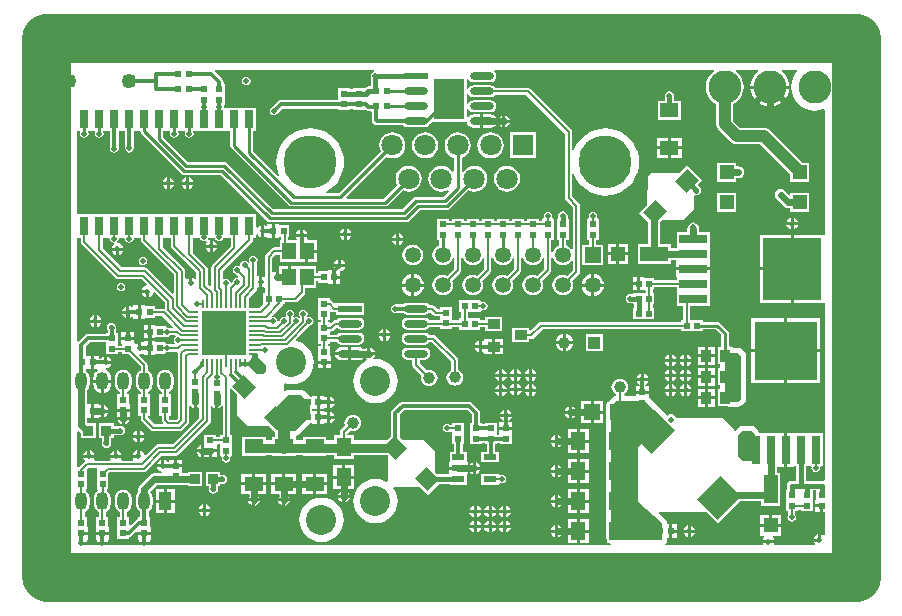
<source format=gtl>
%FSLAX44Y44*%
%MOMM*%
G71*
G01*
G75*
G04 Layer_Physical_Order=1*
G04 Layer_Color=255*
%ADD10R,0.6000X0.5000*%
%ADD11R,1.6000X1.2000*%
%ADD12R,0.5000X0.6000*%
%ADD13R,2.6200X3.5100*%
%ADD14O,2.0320X0.6096*%
%ADD15R,2.0320X0.6096*%
%ADD16R,1.2000X1.2500*%
%ADD17R,2.4000X1.2500*%
G04:AMPARAMS|DCode=18|XSize=1.5mm|YSize=1.4mm|CornerRadius=0mm|HoleSize=0mm|Usage=FLASHONLY|Rotation=45.000|XOffset=0mm|YOffset=0mm|HoleType=Round|Shape=Rectangle|*
%AMROTATEDRECTD18*
4,1,4,-0.0354,-1.0253,-1.0253,-0.0354,0.0354,1.0253,1.0253,0.0354,-0.0354,-1.0253,0.0*
%
%ADD18ROTATEDRECTD18*%

%ADD19R,1.2000X1.2000*%
%ADD20R,2.4000X0.8000*%
%ADD21R,5.0000X5.3000*%
%ADD22R,0.2000X0.8000*%
%ADD23R,0.1990X0.8000*%
%ADD24R,0.8000X0.2000*%
%ADD25R,0.8000X0.1990*%
%ADD26R,3.7000X3.7000*%
%ADD27R,0.8128X0.8128*%
%ADD28C,1.0000*%
%ADD29R,1.2954X1.6002*%
%ADD30R,0.7600X1.5600*%
%ADD31R,1.0668X0.8128*%
%ADD32R,1.2000X1.6000*%
G04:AMPARAMS|DCode=33|XSize=1.5mm|YSize=1.4mm|CornerRadius=0mm|HoleSize=0mm|Usage=FLASHONLY|Rotation=135.000|XOffset=0mm|YOffset=0mm|HoleType=Round|Shape=Rectangle|*
%AMROTATEDRECTD33*
4,1,4,1.0253,-0.0354,0.0354,-1.0253,-1.0253,0.0354,-0.0354,1.0253,1.0253,-0.0354,0.0*
%
%ADD33ROTATEDRECTD33*%

%ADD34R,1.1000X0.5000*%
%ADD35R,0.8890X1.0160*%
%ADD36R,1.3970X1.3970*%
%ADD37R,1.2000X1.4000*%
%ADD38R,1.2500X1.2000*%
%ADD39R,1.2500X2.4000*%
%ADD40R,0.8000X2.4000*%
%ADD41R,5.3000X5.0000*%
G04:AMPARAMS|DCode=42|XSize=2.4mm|YSize=2.8mm|CornerRadius=0mm|HoleSize=0mm|Usage=FLASHONLY|Rotation=135.000|XOffset=0mm|YOffset=0mm|HoleType=Round|Shape=Rectangle|*
%AMROTATEDRECTD42*
4,1,4,1.8385,0.1414,-0.1414,-1.8385,-1.8385,-0.1414,0.1414,1.8385,1.8385,0.1414,0.0*
%
%ADD42ROTATEDRECTD42*%

%ADD43C,0.2540*%
%ADD44C,0.1780*%
%ADD45C,0.6000*%
%ADD46C,4.1200*%
%ADD47C,0.4000*%
%ADD48C,0.3000*%
%ADD49C,0.2000*%
%ADD50C,0.2543*%
%ADD51C,1.0000*%
%ADD52C,0.1270*%
%ADD53C,0.8000*%
%ADD54C,0.1800*%
%ADD55C,1.2540*%
%ADD56C,2.8000*%
%ADD57C,4.5000*%
%ADD58C,1.8000*%
%ADD59R,1.8000X1.8000*%
G04:AMPARAMS|DCode=60|XSize=4mm|YSize=4mm|CornerRadius=2mm|HoleSize=0mm|Usage=FLASHONLY|Rotation=0.000|XOffset=0mm|YOffset=0mm|HoleType=Round|Shape=RoundedRectangle|*
%AMROUNDEDRECTD60*
21,1,4.0000,0.0000,0,0,0.0*
21,1,0.0000,4.0000,0,0,0.0*
1,1,4.0000,0.0000,0.0000*
1,1,4.0000,0.0000,0.0000*
1,1,4.0000,0.0000,0.0000*
1,1,4.0000,0.0000,0.0000*
%
%ADD60ROUNDEDRECTD60*%
%ADD61R,1.0000X1.0000*%
%ADD62C,1.3500*%
%ADD63R,1.3500X1.3500*%
%ADD64C,2.5400*%
%ADD65O,1.0160X1.5240*%
%ADD66R,1.0668X1.5240*%
%ADD67C,0.5000*%
G36*
X127863Y302464D02*
X127863Y302464D01*
X127863D01*
X128088Y301336D01*
X128726Y300380D01*
X149483Y279623D01*
Y274961D01*
X148363Y274363D01*
X146747Y275443D01*
X146050Y275581D01*
Y270695D01*
X143510D01*
Y275581D01*
X142814Y275443D01*
X141339Y274458D01*
X140219Y275056D01*
Y281091D01*
X139986Y282262D01*
X139323Y283254D01*
X121169Y301408D01*
Y309440D01*
X123910D01*
Y309440D01*
X123910D01*
X123910Y309440D01*
X125010D01*
Y309440D01*
X127863D01*
Y302464D01*
D02*
G37*
G36*
X102463Y307340D02*
X102463Y307340D01*
X102463D01*
X102688Y306212D01*
X103326Y305256D01*
X130323Y278260D01*
Y272547D01*
X130323Y272547D01*
Y262554D01*
X129150Y262068D01*
X107955Y283263D01*
X106999Y283902D01*
X105871Y284126D01*
X86222D01*
X70257Y300092D01*
Y309440D01*
X73110D01*
Y309440D01*
X73110D01*
X73110Y309440D01*
X74210D01*
Y309440D01*
X75760D01*
X76441Y308610D01*
X76713Y307244D01*
X77487Y306087D01*
X78644Y305313D01*
X79510Y305141D01*
X79758Y303895D01*
X78948Y303354D01*
X77834Y301686D01*
X77695Y300990D01*
X87467D01*
X87329Y301686D01*
X86215Y303354D01*
X84548Y304468D01*
X82756Y304824D01*
X82508Y306070D01*
X82533Y306087D01*
X83307Y307244D01*
X83579Y308610D01*
X84260Y309440D01*
X85810D01*
Y309440D01*
X85810D01*
X85810Y309440D01*
X86910D01*
Y309440D01*
X88460D01*
X89141Y308610D01*
X89413Y307244D01*
X90187Y306087D01*
X91344Y305313D01*
X92710Y305041D01*
X94076Y305313D01*
X95233Y306087D01*
X96007Y307244D01*
X96279Y308610D01*
X96960Y309440D01*
X98510D01*
Y309440D01*
X98510D01*
X98510Y309440D01*
X99610D01*
Y309440D01*
X102463D01*
Y307340D01*
D02*
G37*
G36*
X546196Y154440D02*
X523809Y131760D01*
Y85787D01*
X544039Y67537D01*
X544028Y53340D01*
X502920D01*
X500380Y55880D01*
Y166880D01*
X504950Y171450D01*
X529414D01*
X546196Y154440D01*
D02*
G37*
G36*
X622300Y143160D02*
Y120650D01*
X612140D01*
X608330Y124460D01*
Y142579D01*
X611801Y146050D01*
X619410D01*
X622300Y143160D01*
D02*
G37*
G36*
X178663Y302058D02*
X163046Y286441D01*
X162408Y285485D01*
X162183Y284358D01*
Y268562D01*
X161010Y268076D01*
X159157Y269929D01*
Y282409D01*
X158932Y283537D01*
X158294Y284493D01*
X146457Y296330D01*
Y309440D01*
X149310D01*
Y309440D01*
X149310D01*
X149310Y309440D01*
X150410D01*
Y309440D01*
X152729D01*
X152913Y308514D01*
X153687Y307357D01*
X154844Y306583D01*
X156210Y306311D01*
X157360Y306540D01*
X158066Y305484D01*
X157225Y304226D01*
X157087Y303530D01*
X160703D01*
Y307146D01*
X160007Y307008D01*
X159992Y306998D01*
X159094Y307896D01*
X159507Y308514D01*
X159691Y309440D01*
X162010D01*
Y309440D01*
X162010D01*
X162010Y309440D01*
X163110D01*
Y309440D01*
X165429D01*
X165613Y308514D01*
X166387Y307357D01*
X167544Y306583D01*
X168910Y306311D01*
X170276Y306583D01*
X171433Y307357D01*
X172207Y308514D01*
X172391Y309440D01*
X174710D01*
Y309440D01*
X174710D01*
X174710Y309440D01*
X175810D01*
Y309440D01*
X178663D01*
Y302058D01*
D02*
G37*
G36*
X51551Y306070D02*
X51551Y306070D01*
X51784Y304900D01*
X52447Y303907D01*
X81227Y275127D01*
X82220Y274464D01*
X83390Y274231D01*
X102993D01*
X107462Y269762D01*
X107094Y268546D01*
X105994Y268327D01*
X104326Y267213D01*
X103213Y265546D01*
X103074Y264850D01*
X107960D01*
Y263580D01*
X109230D01*
Y258694D01*
X109927Y258832D01*
X111594Y259946D01*
X112708Y261613D01*
X112927Y262713D01*
X114142Y263082D01*
X122541Y254683D01*
Y250049D01*
X121660Y249327D01*
X114410D01*
Y251380D01*
X105950D01*
Y251920D01*
X102180D01*
Y246380D01*
Y240840D01*
X105950D01*
Y241380D01*
X114410D01*
Y243433D01*
X120440D01*
X129883Y233990D01*
X129397Y232817D01*
X126350D01*
X125826Y233167D01*
X124460Y233439D01*
X124282Y233403D01*
X123300Y234209D01*
Y234870D01*
X114840D01*
Y235410D01*
X111070D01*
Y229870D01*
Y224330D01*
X114840D01*
Y224870D01*
X123300D01*
Y224870D01*
X123332Y225380D01*
X123332Y225380D01*
X124460Y225155D01*
X125588Y225380D01*
X126544Y226018D01*
X127449Y226923D01*
X130960D01*
X131813Y225982D01*
X131754Y225385D01*
X131363Y225124D01*
X130589Y223966D01*
X130317Y222600D01*
X130589Y221235D01*
X131363Y220077D01*
X131362Y220077D01*
X131362Y220077D01*
X130615Y218959D01*
X126182D01*
X125826Y219197D01*
X124460Y219469D01*
X124282Y219433D01*
X123300Y220239D01*
Y220900D01*
X114840D01*
Y221440D01*
X111070D01*
Y215900D01*
Y210360D01*
X114840D01*
Y210900D01*
X123300D01*
Y211561D01*
X124282Y212367D01*
X124460Y212331D01*
X125826Y212603D01*
X126182Y212841D01*
X132970D01*
X133741Y211902D01*
X133762Y211793D01*
X133716Y211562D01*
Y156456D01*
X132607Y155347D01*
X126981D01*
X126137Y156191D01*
Y158640D01*
X128190D01*
Y167640D01*
Y176640D01*
X125877D01*
Y178871D01*
X126759Y179237D01*
X128238Y180372D01*
X129373Y181851D01*
X130086Y183573D01*
X130330Y185421D01*
Y190501D01*
X130086Y192349D01*
X129373Y194072D01*
X128238Y195551D01*
X126759Y196686D01*
X125037Y197399D01*
X123189Y197642D01*
X121341Y197399D01*
X119618Y196686D01*
X118139Y195551D01*
X117004Y194072D01*
X116291Y192349D01*
X116048Y190501D01*
Y185421D01*
X116291Y183573D01*
X117004Y181851D01*
X118139Y180372D01*
X119618Y179237D01*
X120503Y178870D01*
Y176640D01*
X118190D01*
Y167640D01*
Y158640D01*
X120243D01*
Y154971D01*
X120243Y154971D01*
X120243D01*
X120468Y153843D01*
X121106Y152887D01*
X121283Y152710D01*
X120797Y151537D01*
X114250D01*
X108357Y157430D01*
Y158640D01*
X110410D01*
Y167640D01*
Y176640D01*
X108097D01*
Y178870D01*
X108979Y179236D01*
X110458Y180371D01*
X111593Y181850D01*
X112306Y183572D01*
X112550Y185420D01*
Y190500D01*
X112306Y192348D01*
X111593Y194071D01*
X110458Y195550D01*
X108979Y196685D01*
X108097Y197050D01*
Y201240D01*
X107892Y202268D01*
X107310Y203140D01*
X100760Y209689D01*
X101359Y210809D01*
X101600Y210761D01*
X103567Y211152D01*
X103640Y211202D01*
X104760Y210603D01*
Y210360D01*
X108530D01*
Y215900D01*
Y221440D01*
X104760D01*
Y221197D01*
X103640Y220598D01*
X103567Y220648D01*
X102870Y220786D01*
Y215900D01*
X100330D01*
Y220786D01*
X99634Y220648D01*
X98100Y219623D01*
X96980Y220222D01*
Y222940D01*
X85900D01*
Y219170D01*
X86440D01*
Y217897D01*
X83050D01*
Y219710D01*
Y228710D01*
X81619D01*
Y233100D01*
X81347Y234466D01*
X80574Y235623D01*
X80226Y235856D01*
X79993Y236203D01*
X78836Y236977D01*
X77470Y237249D01*
X76104Y236977D01*
X74947Y236203D01*
X74173Y235046D01*
X73901Y233680D01*
Y233100D01*
X74173Y231734D01*
X74482Y231273D01*
Y228710D01*
X73050D01*
Y227779D01*
X57840D01*
X56474Y227507D01*
X55317Y226733D01*
X49856Y221272D01*
X48682Y221758D01*
Y250000D01*
Y309440D01*
X48810D01*
Y309440D01*
X51551D01*
Y306070D01*
D02*
G37*
G36*
X658134Y450170D02*
X656390Y448045D01*
X654533Y444571D01*
X653389Y440801D01*
X653003Y436880D01*
X653389Y432959D01*
X654533Y429189D01*
X656390Y425715D01*
X658889Y422669D01*
X661935Y420170D01*
X665409Y418313D01*
X669179Y417169D01*
X673100Y416783D01*
X677021Y417169D01*
X680298Y418163D01*
X681318Y417407D01*
Y311885D01*
X655410D01*
Y282845D01*
Y253805D01*
X681318D01*
Y250000D01*
X681318Y250000D01*
X681318D01*
Y104002D01*
X680336Y103196D01*
X678930Y103476D01*
X665228D01*
Y115787D01*
X666952D01*
X666952Y115787D01*
Y115787D01*
X667150Y115787D01*
X667500D01*
X667850D01*
X668048Y115787D01*
X668048Y115787D01*
Y115787D01*
X669509D01*
X670315Y114805D01*
X670281Y114637D01*
X670553Y113272D01*
X671327Y112114D01*
X672484Y111340D01*
X673850Y111069D01*
X675216Y111340D01*
X676373Y112114D01*
X677147Y113272D01*
X677419Y114637D01*
X677385Y114805D01*
X678191Y115787D01*
X679850D01*
Y143787D01*
X668048D01*
X668048Y143787D01*
Y143787D01*
X667850Y143787D01*
X667500D01*
X667150D01*
X666952Y143787D01*
X666952Y143787D01*
Y143787D01*
X655888D01*
X655888Y143787D01*
Y143787D01*
X655150Y143787D01*
X654990Y144327D01*
X654252Y144327D01*
X654252Y144327D01*
Y144327D01*
X649720D01*
Y129787D01*
Y115247D01*
X654252D01*
X654252Y115247D01*
Y115247D01*
X654990Y115247D01*
X655150Y115787D01*
X655888Y115787D01*
X655888Y115787D01*
Y115787D01*
X657072D01*
Y103476D01*
X653530D01*
X651969Y103165D01*
X650646Y102281D01*
X649762Y100958D01*
X649452Y99397D01*
Y95697D01*
X648530D01*
Y86697D01*
Y77697D01*
X650471D01*
Y74220D01*
X650233Y73863D01*
X649961Y72498D01*
X650233Y71132D01*
X651007Y69974D01*
X652164Y69201D01*
X653530Y68929D01*
X654896Y69201D01*
X656053Y69974D01*
X656827Y71132D01*
X657099Y72498D01*
X656827Y73863D01*
X656589Y74220D01*
Y77697D01*
X658530D01*
Y79138D01*
X661230D01*
Y77697D01*
X671230D01*
Y86697D01*
Y95319D01*
X673930D01*
Y87237D01*
X673390D01*
Y83467D01*
X678930D01*
Y82197D01*
X680200D01*
Y77157D01*
X681318D01*
Y57803D01*
X680198Y57205D01*
X678876Y58088D01*
X678180Y58226D01*
Y53340D01*
X676910D01*
Y52070D01*
X672024D01*
X672162Y51374D01*
X673173Y49861D01*
X672574Y48741D01*
X638914D01*
X638316Y49861D01*
X638478Y50104D01*
X638616Y50800D01*
X628844D01*
X628982Y50104D01*
X629144Y49861D01*
X628546Y48741D01*
X546533D01*
X546164Y49956D01*
X546260Y50020D01*
X546910Y50454D01*
X546911Y50455D01*
X546912Y50456D01*
X547358Y51124D01*
X547795Y51776D01*
X547795Y51778D01*
X547796Y51779D01*
X547950Y52554D01*
X548107Y53337D01*
X548108Y55420D01*
X549765D01*
Y60960D01*
Y66500D01*
X549015D01*
X548117Y67398D01*
X548117Y67534D01*
X548096Y67640D01*
X548112Y67747D01*
X547942Y68418D01*
X547808Y69095D01*
X547748Y69185D01*
X547721Y69290D01*
X547308Y69844D01*
X546925Y70419D01*
X546835Y70479D01*
X546771Y70566D01*
X541129Y75655D01*
X541585Y76840D01*
X581629D01*
X590842Y67627D01*
X609445Y86229D01*
X627500D01*
Y82407D01*
X644000D01*
Y110407D01*
X640848D01*
Y115247D01*
X641910D01*
D01*
X642648Y115247D01*
X642648Y115247D01*
Y115247D01*
X647180D01*
Y129787D01*
Y144327D01*
X642648D01*
X642648Y144327D01*
Y144327D01*
X641910Y144327D01*
X641750Y143787D01*
X641012Y143787D01*
X641012Y143787D01*
Y143787D01*
X629750D01*
D01*
D01*
X629750Y143787D01*
X629050D01*
Y143787D01*
X626254D01*
X626119Y144462D01*
X626068Y144721D01*
X625184Y146044D01*
X625184Y146044D01*
X622294Y148934D01*
X620971Y149818D01*
X620712Y149869D01*
X619410Y150128D01*
X619410Y150128D01*
X611801D01*
X611801Y150128D01*
X610241Y149818D01*
X609802Y149525D01*
X608918Y148934D01*
X608918Y148934D01*
X605446Y145462D01*
X604257Y146257D01*
Y147090D01*
X594507Y156840D01*
X556230D01*
X556216Y156906D01*
X555103Y158574D01*
X553435Y159688D01*
X551469Y160079D01*
X549502Y159688D01*
X547843Y158579D01*
X532590Y174037D01*
Y177220D01*
X521510D01*
Y175528D01*
X512043D01*
X511530Y176765D01*
X512992Y177888D01*
X514114Y179350D01*
X514820Y181053D01*
X515060Y182880D01*
X514820Y184707D01*
X514114Y186410D01*
X512992Y187872D01*
X511530Y188995D01*
X509827Y189700D01*
X508000Y189940D01*
X506173Y189700D01*
X504470Y188995D01*
X503008Y187872D01*
X501885Y186410D01*
X501180Y184707D01*
X500940Y182880D01*
X501180Y181053D01*
X501885Y179350D01*
X503008Y177888D01*
X504470Y176765D01*
X504622Y176702D01*
X504498Y175438D01*
X503648Y175269D01*
X503389Y175218D01*
X502066Y174334D01*
X502066Y174334D01*
X498296Y170564D01*
X497110D01*
Y169186D01*
X496612Y168441D01*
X496561Y168182D01*
X496302Y166880D01*
X496302Y166880D01*
Y55880D01*
X496612Y54319D01*
X496950Y53814D01*
Y50960D01*
X499532D01*
X500036Y50456D01*
X500784Y49956D01*
X500415Y48741D01*
X111220D01*
X110573Y49530D01*
X100407D01*
X99760Y48741D01*
X75580D01*
X74933Y49530D01*
X64767D01*
X64120Y48741D01*
X57800D01*
X57153Y49530D01*
X52070D01*
Y52070D01*
X56956D01*
X56818Y52766D01*
X56768Y52840D01*
X57367Y53960D01*
X57610D01*
Y57730D01*
X52070D01*
Y60270D01*
X57610D01*
Y64040D01*
X57070D01*
Y72500D01*
X54757D01*
Y77270D01*
X55640Y77636D01*
X57119Y78770D01*
X58254Y80250D01*
X58967Y81972D01*
X59211Y83820D01*
Y88900D01*
X58967Y90748D01*
X58254Y92471D01*
X57119Y93949D01*
X55819Y94947D01*
X56228Y96149D01*
X57070D01*
Y105149D01*
D01*
Y105149D01*
X57070Y105149D01*
Y105150D01*
X57070D01*
X57070D01*
Y113863D01*
X57934Y114727D01*
X65045D01*
Y114150D01*
X65045D01*
Y105150D01*
D01*
X65045Y105150D01*
X65045Y105149D01*
D01*
D01*
Y105149D01*
X65045D01*
D01*
Y96149D01*
X65691D01*
X66099Y94947D01*
X64800Y93949D01*
X63665Y92471D01*
X62951Y90748D01*
X62708Y88900D01*
Y83820D01*
X62951Y81972D01*
X63665Y80250D01*
X64800Y78770D01*
X66279Y77636D01*
X67163Y77269D01*
Y72500D01*
X64850D01*
Y64040D01*
X64310D01*
Y60270D01*
X75390D01*
Y64040D01*
X74850D01*
Y72500D01*
X72537D01*
Y77270D01*
X73420Y77636D01*
X74899Y78770D01*
X76034Y80250D01*
X76747Y81972D01*
X76990Y83820D01*
Y88900D01*
X76747Y90748D01*
X76034Y92471D01*
X74899Y93949D01*
X73599Y94947D01*
X74007Y96149D01*
X75045D01*
Y105149D01*
D01*
Y105149D01*
X75045Y105149D01*
Y105150D01*
X75045D01*
X75045D01*
Y110483D01*
X75509Y110947D01*
X105003D01*
X106131Y111171D01*
X107087Y111810D01*
X120161Y124883D01*
X132367D01*
X133495Y125108D01*
X134451Y125746D01*
X134451Y125746D01*
X134451Y125746D01*
X160834Y152129D01*
X161472Y153085D01*
X161697Y154213D01*
X161697Y154213D01*
X161697Y154213D01*
Y154213D01*
Y166440D01*
X162912Y166808D01*
X163087Y166546D01*
X164754Y165432D01*
X165450Y165294D01*
Y170180D01*
X167990D01*
Y165294D01*
X168687Y165432D01*
X170354Y166546D01*
X170547Y166835D01*
X171762Y166466D01*
Y142350D01*
X169719D01*
Y140807D01*
X166290D01*
Y142235D01*
X156290D01*
Y134514D01*
X155745Y134066D01*
Y128735D01*
Y123699D01*
X155750Y123695D01*
Y123695D01*
X160020D01*
Y128735D01*
X161290D01*
Y130005D01*
X166830D01*
Y133775D01*
X166830D01*
Y133880D01*
X167728Y134778D01*
X169719D01*
Y133350D01*
Y124350D01*
X170525D01*
X171331Y123368D01*
X171150Y122461D01*
X171422Y121095D01*
X172196Y119938D01*
X173353Y119164D01*
X174719Y118892D01*
X176085Y119164D01*
X177242Y119938D01*
X178016Y121095D01*
X178288Y122461D01*
X178107Y123368D01*
X178913Y124350D01*
X179719D01*
Y133350D01*
Y142350D01*
X177676D01*
Y181353D01*
X178849Y181838D01*
X183727Y176961D01*
X183591Y176825D01*
Y159575D01*
X193341Y149825D01*
X210590D01*
X210727Y149961D01*
X216460Y144228D01*
Y140840D01*
X213520D01*
Y137727D01*
X208120D01*
Y140840D01*
X188120D01*
Y124840D01*
X208120D01*
Y125492D01*
X213520D01*
Y124840D01*
X221572D01*
X221693Y124790D01*
X223520Y124550D01*
X225347Y124790D01*
X225468Y124840D01*
X233520D01*
Y125492D01*
X239500D01*
Y124840D01*
X259500D01*
Y125492D01*
X265843D01*
Y122079D01*
X282797D01*
Y125492D01*
X311087D01*
X311470Y125110D01*
X311470D01*
X311470Y125110D01*
Y103196D01*
X310381Y102543D01*
X308181Y103719D01*
X304656Y104788D01*
X300991Y105149D01*
X297325Y104788D01*
X293800Y103719D01*
X290551Y101983D01*
X287704Y99646D01*
X285367Y96798D01*
X283630Y93550D01*
X282561Y90025D01*
X282200Y86359D01*
X282561Y82693D01*
X283630Y79168D01*
X285367Y75920D01*
X287704Y73072D01*
X290551Y70735D01*
X293800Y68999D01*
X297325Y67930D01*
X300991Y67568D01*
X304656Y67930D01*
X308181Y68999D01*
X311430Y70735D01*
X314277Y73072D01*
X316614Y75920D01*
X318351Y79168D01*
X319420Y82693D01*
X319781Y86359D01*
X319420Y90025D01*
X318351Y93550D01*
X316614Y96798D01*
X316278Y97208D01*
X316827Y98353D01*
X338470Y98110D01*
X338606Y98246D01*
X345323Y91529D01*
X354517Y100722D01*
X363810D01*
Y100300D01*
X378810D01*
Y109260D01*
X379350D01*
Y111212D01*
X380565Y111581D01*
X381176Y110666D01*
X382844Y109552D01*
X383540Y109414D01*
Y114300D01*
Y119186D01*
X382844Y119048D01*
X381176Y117934D01*
X380565Y117019D01*
X379350Y117388D01*
Y119340D01*
X378810D01*
Y128300D01*
X374879D01*
Y134510D01*
X376310D01*
Y143510D01*
Y152510D01*
X366310D01*
Y151069D01*
X363672D01*
X363316Y151307D01*
X361950Y151579D01*
X360584Y151307D01*
X359427Y150533D01*
X358653Y149376D01*
X358381Y148010D01*
X358653Y146644D01*
X359427Y145487D01*
X360584Y144713D01*
X361950Y144441D01*
X363316Y144713D01*
X363672Y144951D01*
X366310D01*
Y143510D01*
Y134510D01*
X367741D01*
Y128300D01*
X363810D01*
Y119340D01*
X363270D01*
Y115570D01*
X371310D01*
Y113030D01*
X363270D01*
Y109260D01*
D01*
Y109260D01*
X362888Y108878D01*
X353430D01*
X351334Y110974D01*
X351470Y111110D01*
Y128360D01*
X341720Y138110D01*
X324470D01*
X324334Y137974D01*
X321539Y140769D01*
Y159357D01*
X325618Y163436D01*
X378887D01*
X382511Y159812D01*
Y152510D01*
X381080D01*
Y143510D01*
Y134510D01*
X391080D01*
Y135441D01*
X393780D01*
Y134510D01*
X395211D01*
Y128300D01*
X390810D01*
Y119300D01*
X405810D01*
Y128300D01*
X402349D01*
Y134510D01*
X403780D01*
Y135441D01*
X406480D01*
Y134510D01*
X416480D01*
Y142970D01*
X417020D01*
Y146740D01*
X405940D01*
Y142970D01*
D01*
Y142970D01*
X405549Y142579D01*
X403780D01*
Y143510D01*
Y152510D01*
X393780D01*
Y151579D01*
X391080D01*
Y152510D01*
X389649D01*
Y161290D01*
X389377Y162656D01*
X388603Y163813D01*
X382888Y169528D01*
X381731Y170302D01*
X380365Y170574D01*
X324140D01*
X322774Y170302D01*
X321617Y169528D01*
X315447Y163358D01*
X314673Y162201D01*
X314401Y160835D01*
Y141476D01*
X310653Y137727D01*
X282797D01*
Y142081D01*
X277379D01*
Y143513D01*
X279641Y145775D01*
X280112Y145580D01*
X281940Y145339D01*
X283767Y145580D01*
X285470Y146285D01*
X286932Y147407D01*
X288054Y148870D01*
X288760Y150573D01*
X289000Y152400D01*
X288760Y154227D01*
X288054Y155930D01*
X286932Y157392D01*
X285470Y158514D01*
X283767Y159220D01*
X281940Y159460D01*
X280112Y159220D01*
X278410Y158514D01*
X276947Y157392D01*
X275825Y155930D01*
X275120Y154227D01*
X274879Y152400D01*
X275120Y150573D01*
X275315Y150101D01*
X272157Y146943D01*
X271494Y145950D01*
X271261Y144780D01*
X271261Y144780D01*
Y142081D01*
X265843D01*
Y137727D01*
X259500D01*
Y140840D01*
X239500D01*
Y137727D01*
X233520D01*
Y140840D01*
X233520Y140840D01*
X233520D01*
X233555Y141847D01*
X235116Y142157D01*
X236439Y143041D01*
X245454Y152056D01*
X245500Y152125D01*
X247760D01*
Y151585D01*
X251530D01*
Y157125D01*
Y162665D01*
X247760D01*
D01*
X247760D01*
X247369Y163056D01*
Y164285D01*
X247760D01*
Y164285D01*
X251530D01*
Y169825D01*
Y175365D01*
X247760D01*
Y174825D01*
X245554D01*
X245454Y174975D01*
X241015Y179414D01*
X239692Y180298D01*
X239433Y180349D01*
X238131Y180608D01*
X238131Y180608D01*
X226993D01*
X226993Y180608D01*
X225691Y180349D01*
X225432Y180298D01*
X224711Y179816D01*
X223591Y180415D01*
Y185132D01*
X224611Y185889D01*
X226205Y185405D01*
X229871Y185044D01*
X233537Y185405D01*
X237062Y186474D01*
X240310Y188211D01*
X243158Y190548D01*
X245494Y193395D01*
X247231Y196644D01*
X248300Y200169D01*
X248661Y203834D01*
X248300Y207500D01*
X247231Y211025D01*
X245494Y214274D01*
X243158Y217121D01*
X240310Y219458D01*
X237062Y221195D01*
X233979Y222129D01*
X233671Y223361D01*
X245398Y235089D01*
X246476Y235303D01*
X247633Y236077D01*
X248407Y237234D01*
X248679Y238600D01*
X248407Y239966D01*
X247633Y241123D01*
X246476Y241897D01*
X245110Y242169D01*
X243744Y241897D01*
X243361Y242102D01*
X243053Y243334D01*
X243327Y243744D01*
X243599Y245110D01*
X243327Y246476D01*
X242553Y247633D01*
X241396Y248407D01*
X240030Y248679D01*
X238664Y248407D01*
X237507Y247633D01*
X236733Y246476D01*
X236461Y245110D01*
X236733Y243744D01*
X237221Y243014D01*
X236912Y241782D01*
X236223Y241414D01*
X235501Y241897D01*
X234135Y242169D01*
X232769Y241897D01*
X232407Y241654D01*
X231836Y241959D01*
X231528Y243192D01*
X231897Y243744D01*
X232169Y245110D01*
X231897Y246476D01*
X231123Y247633D01*
X229966Y248407D01*
X228600Y248679D01*
X227234Y248407D01*
X226077Y247633D01*
X225303Y246476D01*
X225031Y245110D01*
X225303Y243744D01*
X225578Y243334D01*
X225269Y242102D01*
X224886Y241897D01*
X223520Y242169D01*
X222154Y241897D01*
X220997Y241123D01*
X220223Y239966D01*
X220060Y239145D01*
X219004Y238440D01*
X218664Y238507D01*
X218188Y238652D01*
X217927Y239966D01*
X217153Y241123D01*
X215996Y241897D01*
X214630Y242169D01*
X213748Y241993D01*
X213149Y243113D01*
X221788Y251752D01*
X221788Y251752D01*
X222451Y252745D01*
X222451Y252745D01*
X222582Y252810D01*
X224125D01*
Y254751D01*
X233343D01*
X233343Y254751D01*
X234513Y254984D01*
X235506Y255647D01*
X240803Y260944D01*
X240803Y260944D01*
X241201Y261539D01*
X241466Y261937D01*
X241699Y263107D01*
X241699Y263107D01*
X241699Y263107D01*
Y263107D01*
Y267020D01*
X251126D01*
Y272961D01*
X252620D01*
Y271020D01*
X261080D01*
Y270480D01*
X264850D01*
Y276020D01*
X266120D01*
Y277290D01*
X271160D01*
Y280741D01*
X272477Y281002D01*
X274144Y282116D01*
X275258Y283783D01*
X275396Y284480D01*
X265624D01*
X265762Y283783D01*
X266500Y282680D01*
X265901Y281560D01*
X261080D01*
Y281020D01*
X252620D01*
Y279079D01*
X251126D01*
Y285020D01*
X236666D01*
Y285560D01*
X229396D01*
Y276020D01*
X226856D01*
Y285560D01*
X219586D01*
Y281857D01*
X219334Y281650D01*
Y276020D01*
X216794D01*
Y280906D01*
X216097Y280767D01*
X214999Y280033D01*
X213879Y280632D01*
Y292103D01*
X216737Y294961D01*
X220126D01*
Y289020D01*
X234586D01*
Y288480D01*
X241856D01*
Y298020D01*
X243126D01*
Y299290D01*
X251666D01*
Y307560D01*
X243570D01*
X242971Y308680D01*
X243388Y309303D01*
X243526Y310000D01*
X233754D01*
X233892Y309303D01*
X234586Y308265D01*
Y307984D01*
X234071Y307020D01*
X227184D01*
Y309960D01*
X228112D01*
Y319960D01*
X219652D01*
Y320500D01*
X215882D01*
Y314960D01*
Y309420D01*
X219652D01*
Y309960D01*
X221066D01*
Y307020D01*
X220126D01*
Y301079D01*
X215470D01*
X214300Y300846D01*
X213307Y300183D01*
X213307Y300183D01*
X208657Y295533D01*
X207994Y294541D01*
X207761Y293370D01*
X207761Y293370D01*
Y276970D01*
X206641Y276371D01*
X206024Y276783D01*
X205328Y276922D01*
Y272036D01*
Y267150D01*
X206024Y267288D01*
X206641Y267700D01*
X207761Y267102D01*
Y262810D01*
X206125D01*
Y252994D01*
X202791Y249660D01*
X197714D01*
X197418Y249601D01*
X193760D01*
Y249640D01*
X193721D01*
Y253298D01*
X193780Y253594D01*
Y258150D01*
X199885Y264256D01*
X200548Y265248D01*
X200781Y266418D01*
Y266817D01*
X201901Y267416D01*
X202092Y267288D01*
X202788Y267150D01*
Y272036D01*
Y276922D01*
X202092Y276783D01*
X201901Y276656D01*
X200781Y277255D01*
Y289028D01*
X201019Y289384D01*
X201291Y290750D01*
X201019Y292116D01*
X200245Y293273D01*
X199088Y294047D01*
X197722Y294319D01*
X196357Y294047D01*
X195199Y293273D01*
X194425Y292116D01*
X194154Y290750D01*
X194425Y289384D01*
Y289384D01*
X194663Y288406D01*
X193448Y288038D01*
X193023Y288673D01*
X191866Y289447D01*
X190500Y289718D01*
X190005Y289620D01*
X189221Y289776D01*
X188051Y289543D01*
X187059Y288880D01*
X186396Y287887D01*
X186163Y286717D01*
X186333Y285861D01*
X185435Y284963D01*
X184150Y285218D01*
X182784Y284947D01*
X181627Y284173D01*
X180853Y283015D01*
X180581Y281650D01*
X180853Y280284D01*
X181627Y279126D01*
X182784Y278353D01*
X183205Y278269D01*
X185069Y276405D01*
X184471Y275285D01*
X184150Y275349D01*
X182784Y275077D01*
X181627Y274303D01*
X180853Y273146D01*
X180770Y272725D01*
X179374Y271330D01*
X178159Y271698D01*
X178016Y272417D01*
X177242Y273574D01*
X176085Y274348D01*
X174719Y274620D01*
X173353Y274348D01*
X172977Y274096D01*
X171857Y274695D01*
Y280720D01*
X196394Y305256D01*
X197032Y306212D01*
X197257Y307340D01*
X197257Y307340D01*
X197257Y307340D01*
Y307340D01*
Y309440D01*
X200110D01*
Y311941D01*
X201325Y312310D01*
X201983Y311326D01*
X203650Y310212D01*
X204346Y310074D01*
Y314960D01*
Y319846D01*
X203650Y319708D01*
X201983Y318594D01*
X201325Y317610D01*
X200110Y317979D01*
Y329040D01*
X188510D01*
D01*
D01*
X188510Y329040D01*
X187410D01*
Y329040D01*
X175810D01*
D01*
D01*
X175810Y329040D01*
X174710D01*
Y329040D01*
X163110D01*
D01*
D01*
X163110Y329040D01*
X162010D01*
Y329040D01*
X150410D01*
D01*
D01*
X150410Y329040D01*
X149310D01*
Y329040D01*
X137710D01*
D01*
D01*
X137710Y329040D01*
X136610D01*
Y329040D01*
X125010D01*
D01*
D01*
X125010Y329040D01*
X123910D01*
Y329040D01*
X112310D01*
D01*
D01*
X112310Y329040D01*
X111210D01*
Y329040D01*
X99610D01*
D01*
D01*
X99610Y329040D01*
X98510D01*
Y329040D01*
X86910D01*
D01*
D01*
X86910Y329040D01*
X85810D01*
Y329040D01*
X74210D01*
D01*
D01*
X74210Y329040D01*
X73110D01*
Y329040D01*
X61510D01*
D01*
D01*
X61510Y329040D01*
X60410D01*
Y329040D01*
X48810D01*
D01*
X48810D01*
X48682Y329168D01*
Y399940D01*
X48682D01*
X48810D01*
X49580Y399940D01*
X49580Y399940D01*
Y399940D01*
X51276D01*
Y398689D01*
X51041Y397510D01*
X51313Y396144D01*
X52087Y394987D01*
X53244Y394213D01*
X53328Y394197D01*
X53334Y394192D01*
X54610Y393938D01*
X55886Y394192D01*
X55892Y394197D01*
X55976Y394213D01*
X57133Y394987D01*
X57907Y396144D01*
X58179Y397510D01*
X57944Y398689D01*
Y399940D01*
X60410D01*
Y399940D01*
X60410D01*
X60410Y399940D01*
X61510D01*
Y399940D01*
X63976D01*
Y398689D01*
X63741Y397510D01*
X64013Y396144D01*
X64787Y394987D01*
X65944Y394213D01*
X67310Y393941D01*
X68676Y394213D01*
X69833Y394987D01*
X70607Y396144D01*
X70879Y397510D01*
X70644Y398689D01*
Y399940D01*
X73110D01*
Y399940D01*
X73110D01*
X73110Y399940D01*
X74210D01*
Y399940D01*
X76441D01*
Y384810D01*
X76713Y383444D01*
X77487Y382287D01*
X78644Y381513D01*
X80010Y381241D01*
X81376Y381513D01*
X82533Y382287D01*
X83307Y383444D01*
X83579Y384810D01*
Y399940D01*
X85810D01*
Y399940D01*
X85810D01*
X85810Y399940D01*
X86910D01*
Y399940D01*
X89237D01*
Y384906D01*
X89237Y384906D01*
X89237D01*
X89509Y383540D01*
X90282Y382382D01*
X91440Y381609D01*
X92806Y381337D01*
X94171Y381609D01*
X95329Y382382D01*
X96103Y383540D01*
X96374Y384906D01*
Y399940D01*
X98510D01*
Y399940D01*
X98510D01*
X98510Y399940D01*
X99610D01*
Y399940D01*
X102076D01*
Y399560D01*
X102330Y398284D01*
X103053Y397202D01*
X103052Y397202D01*
X103053Y397202D01*
X136852Y363402D01*
X136852D01*
X136852Y363402D01*
X136852D01*
X136853Y363402D01*
Y363402D01*
X136853Y363402D01*
Y363402D01*
X137934Y362680D01*
X139210Y362426D01*
X169998D01*
X209088Y323336D01*
X210170Y322613D01*
X211446Y322360D01*
X327034D01*
X328310Y322613D01*
X329392Y323336D01*
X329392Y323336D01*
X329392Y323336D01*
X338541Y332486D01*
X361646D01*
X362921Y332740D01*
X364003Y333462D01*
X364003Y333462D01*
X364003Y333462D01*
X379828Y349288D01*
X381818Y348463D01*
X384690Y348085D01*
X387562Y348463D01*
X390237Y349571D01*
X392535Y351335D01*
X394298Y353633D01*
X395407Y356308D01*
X395785Y359180D01*
X395407Y362052D01*
X394298Y364727D01*
X392535Y367025D01*
X390237Y368788D01*
X387562Y369897D01*
X384690Y370275D01*
X381818Y369897D01*
X379142Y368788D01*
X376845Y367025D01*
X375377Y365112D01*
X374174Y365520D01*
Y377055D01*
X376387Y377971D01*
X378685Y379735D01*
X380448Y382033D01*
X381557Y384708D01*
X381935Y387580D01*
X381557Y390452D01*
X380448Y393127D01*
X378685Y395425D01*
X376387Y397188D01*
X373712Y398297D01*
X370840Y398675D01*
X367968Y398297D01*
X365293Y397188D01*
X362995Y395425D01*
X361231Y393127D01*
X360123Y390452D01*
X359745Y387580D01*
X360123Y384708D01*
X361231Y382033D01*
X362995Y379735D01*
X365293Y377971D01*
X367506Y377055D01*
Y365520D01*
X366303Y365112D01*
X364835Y367025D01*
X362537Y368788D01*
X359862Y369897D01*
X356990Y370275D01*
X354118Y369897D01*
X351442Y368788D01*
X349145Y367025D01*
X347382Y364727D01*
X346273Y362052D01*
X345895Y359180D01*
X346273Y356308D01*
X347382Y353633D01*
X349145Y351335D01*
X351442Y349571D01*
X354118Y348463D01*
X356990Y348085D01*
X359862Y348463D01*
X362473Y349545D01*
X363179Y348489D01*
X358384Y343694D01*
X335280D01*
X334004Y343440D01*
X332923Y342718D01*
X323773Y333568D01*
X214708D01*
X175618Y372658D01*
X174536Y373380D01*
X173260Y373634D01*
X142472D01*
X121444Y394661D01*
Y399940D01*
X123910D01*
Y399940D01*
X123910D01*
X123910Y399940D01*
X125010D01*
Y399940D01*
X127476D01*
Y398689D01*
X127241Y397510D01*
X127513Y396144D01*
X128287Y394987D01*
X129444Y394213D01*
X130810Y393941D01*
X132176Y394213D01*
X133333Y394987D01*
X134107Y396144D01*
X134379Y397510D01*
X134144Y398689D01*
Y399940D01*
X136610D01*
Y399940D01*
X136610D01*
X136610Y399940D01*
X137710D01*
Y399940D01*
X140176D01*
Y398689D01*
X139941Y397510D01*
X140213Y396144D01*
X140987Y394987D01*
X142144Y394213D01*
X143510Y393941D01*
X144876Y394213D01*
X146033Y394987D01*
X146807Y396144D01*
X147079Y397510D01*
X146844Y398689D01*
Y399940D01*
X149310D01*
Y399940D01*
X149310D01*
X149310Y399940D01*
X150410D01*
Y399940D01*
X162010D01*
Y399940D01*
X162010D01*
X162010Y399940D01*
X163110D01*
Y399940D01*
X174710D01*
Y399940D01*
X174710D01*
X174710Y399940D01*
X175810D01*
Y399940D01*
X178276D01*
Y387350D01*
X178530Y386074D01*
X179252Y384992D01*
X179252Y384992D01*
X179252Y384992D01*
X227512Y336732D01*
X227512D01*
X227512Y336732D01*
X227512Y336732D01*
Y336732D01*
X228594Y336010D01*
X229870Y335756D01*
X309200D01*
X310476Y336010D01*
X311558Y336732D01*
X324205Y349380D01*
X326418Y348463D01*
X329290Y348085D01*
X332162Y348463D01*
X334837Y349571D01*
X337135Y351335D01*
X338899Y353633D01*
X340007Y356308D01*
X340385Y359180D01*
X340007Y362052D01*
X338899Y364727D01*
X337135Y367025D01*
X334837Y368788D01*
X332162Y369897D01*
X329290Y370275D01*
X326418Y369897D01*
X323743Y368788D01*
X321445Y367025D01*
X319681Y364727D01*
X318573Y362052D01*
X318195Y359180D01*
X318573Y356308D01*
X319490Y354095D01*
X307819Y342424D01*
X276658D01*
X276172Y343597D01*
X310355Y377780D01*
X312568Y376863D01*
X315440Y376485D01*
X318312Y376863D01*
X320988Y377971D01*
X323285Y379735D01*
X325048Y382033D01*
X326157Y384708D01*
X326535Y387580D01*
X326157Y390452D01*
X325048Y393127D01*
X323285Y395425D01*
X320988Y397188D01*
X318312Y398297D01*
X315440Y398675D01*
X312568Y398297D01*
X309893Y397188D01*
X307595Y395425D01*
X305832Y393127D01*
X304723Y390452D01*
X304345Y387580D01*
X304723Y384708D01*
X305640Y382495D01*
X270109Y346964D01*
X259668D01*
X259323Y348186D01*
X262694Y350252D01*
X266105Y353165D01*
X269018Y356576D01*
X271362Y360401D01*
X273079Y364546D01*
X274126Y368908D01*
X274478Y373380D01*
X274126Y377852D01*
X273079Y382214D01*
X271362Y386359D01*
X269018Y390184D01*
X266105Y393595D01*
X262694Y396508D01*
X258869Y398852D01*
X254724Y400569D01*
X250362Y401616D01*
X245890Y401968D01*
X241418Y401616D01*
X237056Y400569D01*
X232911Y398852D01*
X229086Y396508D01*
X225675Y393595D01*
X222762Y390184D01*
X220418Y386359D01*
X218701Y382214D01*
X217654Y377852D01*
X217302Y373380D01*
X217654Y368908D01*
X218701Y364546D01*
X219684Y362173D01*
X218628Y361468D01*
X197644Y382452D01*
Y399940D01*
X200110D01*
Y419540D01*
X188510D01*
D01*
D01*
X188510Y419540D01*
X187410D01*
Y419540D01*
X175810D01*
D01*
D01*
X175810Y419540D01*
X174710D01*
Y419540D01*
X172479D01*
Y420370D01*
Y421530D01*
X173910D01*
Y430530D01*
Y439530D01*
X172479D01*
Y441031D01*
X172207Y442396D01*
X171433Y443554D01*
X164843Y450145D01*
X165329Y451318D01*
X300187D01*
X300312Y450054D01*
X299429Y449878D01*
X298106Y448994D01*
X297222Y447671D01*
X296912Y446110D01*
Y437489D01*
X294981D01*
X294981Y437489D01*
X293679Y437230D01*
X293420Y437178D01*
X292097Y436294D01*
X292097Y436294D01*
X291522Y435720D01*
X282020D01*
Y435298D01*
X279320D01*
Y435720D01*
X269320D01*
Y426720D01*
Y425789D01*
X220746D01*
X219381Y425517D01*
X218223Y424743D01*
X212563Y419083D01*
X211789Y417926D01*
X211518Y416560D01*
X211789Y415194D01*
X212563Y414037D01*
X213721Y413263D01*
X215086Y412991D01*
X216452Y413263D01*
X217610Y414037D01*
X222225Y418651D01*
X269320D01*
Y417720D01*
X279320D01*
Y418651D01*
X282020D01*
Y417720D01*
X292020D01*
Y417720D01*
X292306Y417720D01*
X293274Y417073D01*
X294640Y416801D01*
X297070D01*
Y415710D01*
X298001D01*
Y408591D01*
X298273Y407225D01*
X299047Y406067D01*
X299627Y405487D01*
X300784Y404714D01*
X302150Y404442D01*
X324621D01*
X324669Y404371D01*
X326338Y403255D01*
X328308Y402864D01*
X342532D01*
X344502Y403255D01*
X346171Y404371D01*
X346823Y405346D01*
X347034Y405487D01*
X348717Y407170D01*
X374265D01*
X374265Y407170D01*
X374265Y407170D01*
X378320Y407170D01*
X378320D01*
X378658D01*
X378924Y405830D01*
X380159Y403982D01*
X382008Y402747D01*
X384188Y402313D01*
X390030D01*
Y408010D01*
Y413708D01*
X384188D01*
X382008Y413274D01*
X380159Y412039D01*
X379535Y411105D01*
X378320Y411474D01*
Y418219D01*
X379535Y418588D01*
X380549Y417071D01*
X382218Y415955D01*
X384188Y415564D01*
X398412D01*
X400382Y415955D01*
X402051Y417071D01*
X403167Y418741D01*
X403559Y420710D01*
X403167Y422680D01*
X402051Y424350D01*
X400382Y425466D01*
X398412Y425857D01*
X384188D01*
X382218Y425466D01*
X380549Y424350D01*
X379535Y422833D01*
X378320Y423202D01*
Y430919D01*
X379535Y431288D01*
X380549Y429771D01*
X382218Y428655D01*
X384188Y428264D01*
X398412D01*
X400382Y428655D01*
X402051Y429771D01*
X402439Y430352D01*
X428923D01*
X461761Y397513D01*
Y342900D01*
X461761Y342900D01*
X461994Y341730D01*
X462657Y340737D01*
X468111Y335283D01*
Y300079D01*
X466909Y299671D01*
X465981Y300881D01*
X464153Y302283D01*
X462799Y302844D01*
Y307230D01*
X464740D01*
Y316230D01*
Y325230D01*
X463818D01*
Y327660D01*
X463508Y329221D01*
X462624Y330544D01*
X461301Y331428D01*
X459740Y331738D01*
X458179Y331428D01*
X456856Y330544D01*
X455972Y329221D01*
X455662Y327660D01*
Y325230D01*
X454740D01*
Y316230D01*
Y307230D01*
X456681D01*
Y302844D01*
X455327Y302283D01*
X453499Y300881D01*
X452097Y299053D01*
X451344Y297236D01*
X450099Y297484D01*
Y307230D01*
X452040D01*
Y316230D01*
Y325230D01*
X451930D01*
X450337Y326294D01*
X450609Y327660D01*
X450337Y329026D01*
X449563Y330183D01*
X448406Y330957D01*
X447040Y331229D01*
X445674Y330957D01*
X444517Y330183D01*
X443743Y329026D01*
X443471Y327660D01*
X443743Y326294D01*
X442150Y325230D01*
X442040D01*
Y323789D01*
X439340D01*
Y325230D01*
X429340D01*
Y323789D01*
X426640D01*
Y325230D01*
X416640D01*
Y323789D01*
X413940D01*
Y325230D01*
X403940D01*
Y323789D01*
X401240D01*
Y325230D01*
X391240D01*
Y323789D01*
X388540D01*
Y325230D01*
X378540D01*
Y323789D01*
X375840D01*
Y325230D01*
X365840D01*
Y323789D01*
X363140D01*
Y325230D01*
X353140D01*
Y316230D01*
Y307230D01*
X354804D01*
Y302729D01*
X353727Y302283D01*
X351899Y300881D01*
X350497Y299053D01*
X349615Y296924D01*
X349314Y294640D01*
X349615Y292356D01*
X350497Y290227D01*
X351899Y288399D01*
X353727Y286997D01*
X355856Y286115D01*
X358140Y285814D01*
X360424Y286115D01*
X362553Y286997D01*
X364381Y288399D01*
X365783Y290227D01*
X366536Y292044D01*
X367781Y291796D01*
Y283207D01*
X361778Y277204D01*
X360424Y277765D01*
X358140Y278065D01*
X355856Y277765D01*
X353727Y276883D01*
X351899Y275481D01*
X350497Y273653D01*
X349615Y271524D01*
X349314Y269240D01*
X349615Y266956D01*
X350497Y264827D01*
X351899Y262999D01*
X353727Y261597D01*
X355856Y260715D01*
X358140Y260415D01*
X360424Y260715D01*
X362553Y261597D01*
X364381Y262999D01*
X365783Y264827D01*
X366665Y266956D01*
X366965Y269240D01*
X366665Y271524D01*
X366104Y272878D01*
X373003Y279777D01*
X373003Y279777D01*
X373666Y280770D01*
X373899Y281940D01*
X373899Y281940D01*
Y291796D01*
X375144Y292044D01*
X375897Y290227D01*
X377299Y288399D01*
X379127Y286997D01*
X381256Y286115D01*
X383540Y285814D01*
X385824Y286115D01*
X387953Y286997D01*
X389781Y288399D01*
X391183Y290227D01*
X391936Y292044D01*
X393181Y291796D01*
Y283207D01*
X387178Y277204D01*
X385824Y277765D01*
X383540Y278065D01*
X381256Y277765D01*
X379127Y276883D01*
X377299Y275481D01*
X375897Y273653D01*
X375015Y271524D01*
X374715Y269240D01*
X375015Y266956D01*
X375897Y264827D01*
X377299Y262999D01*
X379127Y261597D01*
X381256Y260715D01*
X383540Y260415D01*
X385824Y260715D01*
X387953Y261597D01*
X389781Y262999D01*
X391183Y264827D01*
X392065Y266956D01*
X392365Y269240D01*
X392065Y271524D01*
X391504Y272878D01*
X398403Y279777D01*
X398403Y279777D01*
X399066Y280770D01*
X399066Y280769D01*
X399066Y280770D01*
X399299Y281940D01*
X399299Y281940D01*
Y291796D01*
X400544Y292044D01*
X401297Y290227D01*
X402699Y288399D01*
X404527Y286997D01*
X406656Y286115D01*
X408940Y285814D01*
X411224Y286115D01*
X413353Y286997D01*
X415181Y288399D01*
X416583Y290227D01*
X417336Y292044D01*
X418581Y291796D01*
Y283207D01*
X412578Y277204D01*
X411224Y277765D01*
X408940Y278065D01*
X406656Y277765D01*
X404527Y276883D01*
X402699Y275481D01*
X401297Y273653D01*
X400415Y271524D01*
X400115Y269240D01*
X400415Y266956D01*
X401297Y264827D01*
X402699Y262999D01*
X404527Y261597D01*
X406656Y260715D01*
X408940Y260415D01*
X411224Y260715D01*
X413353Y261597D01*
X415181Y262999D01*
X416583Y264827D01*
X417465Y266956D01*
X417766Y269240D01*
X417465Y271524D01*
X416904Y272878D01*
X423803Y279777D01*
X423803Y279777D01*
X424466Y280770D01*
X424466Y280769D01*
X424466Y280770D01*
X424699Y281940D01*
X424699Y281940D01*
Y291796D01*
X425944Y292044D01*
X426697Y290227D01*
X428099Y288399D01*
X429927Y286997D01*
X432056Y286115D01*
X434340Y285814D01*
X436624Y286115D01*
X438753Y286997D01*
X440581Y288399D01*
X441983Y290227D01*
X442736Y292044D01*
X443981Y291796D01*
Y283207D01*
X437978Y277204D01*
X436624Y277765D01*
X434340Y278065D01*
X432056Y277765D01*
X429927Y276883D01*
X428099Y275481D01*
X426697Y273653D01*
X425815Y271524D01*
X425514Y269240D01*
X425815Y266956D01*
X426697Y264827D01*
X428099Y262999D01*
X429927Y261597D01*
X432056Y260715D01*
X434340Y260415D01*
X436624Y260715D01*
X438753Y261597D01*
X440581Y262999D01*
X441983Y264827D01*
X442865Y266956D01*
X443166Y269240D01*
X442865Y271524D01*
X442304Y272878D01*
X449203Y279777D01*
X449203Y279777D01*
X449866Y280770D01*
X450099Y281940D01*
X450099Y281940D01*
Y291796D01*
X451344Y292044D01*
X452097Y290227D01*
X453499Y288399D01*
X455327Y286997D01*
X457456Y286115D01*
X459740Y285814D01*
X462024Y286115D01*
X464153Y286997D01*
X465981Y288399D01*
X466909Y289609D01*
X468111Y289201D01*
Y281937D01*
X463378Y277204D01*
X462024Y277765D01*
X459740Y278065D01*
X457456Y277765D01*
X455327Y276883D01*
X453499Y275481D01*
X452097Y273653D01*
X451215Y271524D01*
X450914Y269240D01*
X451215Y266956D01*
X452097Y264827D01*
X453499Y262999D01*
X455327Y261597D01*
X457456Y260715D01*
X459740Y260415D01*
X462024Y260715D01*
X464153Y261597D01*
X465981Y262999D01*
X467383Y264827D01*
X468265Y266956D01*
X468565Y269240D01*
X468265Y271524D01*
X467704Y272878D01*
X473333Y278507D01*
X473996Y279499D01*
X474229Y280670D01*
X474229Y280670D01*
X474229Y280670D01*
Y280670D01*
Y336550D01*
X473996Y337721D01*
X473730Y338118D01*
X473333Y338713D01*
X473333Y338713D01*
X467879Y344167D01*
Y363035D01*
X469124Y363282D01*
X470318Y360401D01*
X472662Y356576D01*
X475575Y353165D01*
X478986Y350252D01*
X482811Y347908D01*
X486956Y346191D01*
X491318Y345144D01*
X495790Y344792D01*
X500262Y345144D01*
X504624Y346191D01*
X508769Y347908D01*
X512594Y350252D01*
X516005Y353165D01*
X518918Y356576D01*
X521262Y360401D01*
X522979Y364546D01*
X524026Y368908D01*
X524378Y373380D01*
X524026Y377852D01*
X522979Y382214D01*
X521262Y386359D01*
X518918Y390184D01*
X516005Y393595D01*
X512594Y396508D01*
X508769Y398852D01*
X504624Y400569D01*
X500262Y401616D01*
X495790Y401968D01*
X491318Y401616D01*
X486956Y400569D01*
X482811Y398852D01*
X478986Y396508D01*
X475575Y393595D01*
X472662Y390184D01*
X470318Y386359D01*
X469124Y383478D01*
X467879Y383725D01*
Y398780D01*
X467879Y398780D01*
X467646Y399950D01*
X466983Y400943D01*
X432352Y435573D01*
X431360Y436236D01*
X430190Y436469D01*
X430189Y436469D01*
X402439D01*
X402051Y437050D01*
X400382Y438166D01*
X398412Y438557D01*
X384188D01*
X382218Y438166D01*
X380549Y437050D01*
X379535Y435533D01*
X378320Y435902D01*
Y443619D01*
X379535Y443988D01*
X380549Y442471D01*
X382218Y441355D01*
X384188Y440964D01*
X398412D01*
X400382Y441355D01*
X402051Y442471D01*
X403167Y444141D01*
X403559Y446110D01*
X403167Y448080D01*
X402051Y449750D01*
X401524Y450103D01*
X401892Y451318D01*
X587387D01*
X587814Y450122D01*
X585532Y448248D01*
X583532Y445812D01*
X582046Y443033D01*
X581132Y440017D01*
X580823Y436880D01*
X581132Y433744D01*
X582046Y430727D01*
X583532Y427948D01*
X585532Y425512D01*
X587968Y423512D01*
X589840Y422512D01*
Y405233D01*
X590080Y403405D01*
X590785Y401702D01*
X591908Y400240D01*
X601834Y390314D01*
X603296Y389192D01*
X604999Y388486D01*
X606826Y388246D01*
X626996D01*
X652380Y362861D01*
Y356846D01*
X668380D01*
Y372846D01*
X662365D01*
X634912Y400299D01*
X633450Y401421D01*
X631747Y402126D01*
X629920Y402366D01*
X609751D01*
X603960Y408157D01*
Y422512D01*
X605832Y423512D01*
X608269Y425512D01*
X610268Y427948D01*
X611754Y430727D01*
X612668Y433744D01*
X612977Y436880D01*
X612668Y440017D01*
X611754Y443033D01*
X610268Y445812D01*
X608269Y448248D01*
X605985Y450122D01*
X606413Y451318D01*
X624636D01*
X625063Y450122D01*
X623248Y448632D01*
X621181Y446114D01*
X619645Y443240D01*
X618699Y440122D01*
X618505Y438150D01*
X651495D01*
X651301Y440122D01*
X650355Y443240D01*
X648819Y446114D01*
X646752Y448632D01*
X644937Y450122D01*
X645365Y451318D01*
X657591D01*
X658134Y450170D01*
D02*
G37*
G36*
X242570Y172091D02*
Y154940D01*
X233555Y145925D01*
X226178D01*
X225708Y146395D01*
X221568D01*
X213948Y154015D01*
Y163485D01*
X226993Y176530D01*
X238131D01*
X242570Y172091D01*
D02*
G37*
G36*
X73050Y219710D02*
Y210710D01*
X83050D01*
Y212523D01*
X86440D01*
Y210710D01*
X92141D01*
X102723Y200127D01*
Y197051D01*
X101838Y196685D01*
X100359Y195550D01*
X99224Y194071D01*
X98511Y192348D01*
X98268Y190500D01*
Y185420D01*
X98511Y183572D01*
X99224Y181850D01*
X100359Y180371D01*
X101838Y179236D01*
X102723Y178869D01*
Y176640D01*
X100410D01*
Y167640D01*
Y158640D01*
X102463D01*
Y156210D01*
X102463Y156210D01*
X102463D01*
X102688Y155082D01*
X103326Y154126D01*
X110946Y146506D01*
X111902Y145868D01*
X113030Y145643D01*
X135363D01*
X136491Y145868D01*
X137447Y146506D01*
X142527Y151586D01*
X143165Y152542D01*
X143390Y153670D01*
Y166704D01*
X144605Y167072D01*
X144956Y166546D01*
X146623Y165432D01*
X147320Y165294D01*
Y170180D01*
X149860D01*
Y165294D01*
X150556Y165432D01*
X150873Y165644D01*
X151993Y165046D01*
Y156969D01*
X129581Y134557D01*
X117044D01*
X115917Y134332D01*
X114960Y133694D01*
X106464Y125197D01*
X105249Y125566D01*
X105078Y126426D01*
X103964Y128094D01*
X102296Y129208D01*
X101600Y129346D01*
Y124460D01*
X100330D01*
Y123190D01*
X95444D01*
X95582Y122493D01*
X96086Y121740D01*
X95487Y120620D01*
X86123D01*
X85524Y121740D01*
X86028Y122493D01*
X86166Y123190D01*
X76394D01*
X76532Y122493D01*
X77036Y121740D01*
X76437Y120620D01*
X63263D01*
X62664Y121740D01*
X63168Y122493D01*
X63306Y123190D01*
X53534D01*
X53672Y122493D01*
X54786Y120826D01*
X54786Y119861D01*
X54630Y119757D01*
X49987Y115114D01*
X49897Y114980D01*
X48682Y115349D01*
Y145055D01*
X49856Y145541D01*
X52007Y143390D01*
Y139986D01*
X56683D01*
X57730Y139778D01*
X58777Y139986D01*
X64134D01*
Y152114D01*
X57701D01*
X57168Y152647D01*
Y157020D01*
X60380D01*
Y162560D01*
Y168100D01*
X57168D01*
Y180433D01*
X58255Y181849D01*
X58969Y183572D01*
X59212Y185420D01*
Y190500D01*
X58969Y192348D01*
X58255Y194070D01*
X57120Y195550D01*
X55641Y196684D01*
X55639Y196686D01*
Y198295D01*
X56610D01*
Y198295D01*
X60380D01*
Y203835D01*
Y209375D01*
X56610D01*
Y209375D01*
X56537D01*
X55639Y210273D01*
Y216962D01*
X59318Y220641D01*
X73050D01*
Y219710D01*
D02*
G37*
G36*
X201930Y209909D02*
Y208280D01*
X208280Y201930D01*
Y196850D01*
X205740Y194310D01*
X200660D01*
X194310Y200660D01*
X186690D01*
Y203576D01*
X186721Y203606D01*
X194074D01*
X197714Y207246D01*
Y210599D01*
X201240D01*
X201930Y209909D01*
D02*
G37*
%LPC*%
G36*
X79374Y152114D02*
X67246D01*
Y139986D01*
X69232D01*
Y135296D01*
X69543Y133735D01*
X70427Y132412D01*
X71750Y131528D01*
X73310Y131217D01*
X74871Y131528D01*
X76194Y132412D01*
X77078Y133735D01*
X77389Y135296D01*
Y139986D01*
X79374D01*
Y141972D01*
X85001D01*
X86562Y142282D01*
X87885Y143166D01*
X88769Y144489D01*
X89080Y146050D01*
X88769Y147611D01*
X87885Y148934D01*
X86562Y149818D01*
X85001Y150128D01*
X79374D01*
Y152114D01*
D02*
G37*
G36*
X453340Y135890D02*
X449724D01*
X449862Y135194D01*
X450976Y133526D01*
X452644Y132412D01*
X453340Y132274D01*
Y135890D01*
D02*
G37*
G36*
X459496D02*
X455880D01*
Y132274D01*
X456576Y132412D01*
X458244Y133526D01*
X459358Y135194D01*
X459496Y135890D01*
D02*
G37*
G36*
X99060Y129346D02*
X98364Y129208D01*
X96696Y128094D01*
X95582Y126426D01*
X95444Y125730D01*
X99060D01*
Y129346D01*
D02*
G37*
G36*
X471680Y135890D02*
X464410D01*
Y126620D01*
X471680D01*
Y135890D01*
D02*
G37*
G36*
X153205Y133621D02*
X152508Y133483D01*
X150841Y132369D01*
X149727Y130702D01*
X149589Y130005D01*
X153205D01*
Y133621D01*
D02*
G37*
G36*
X481490Y135890D02*
X474220D01*
Y126620D01*
X481490D01*
Y135890D01*
D02*
G37*
G36*
Y147700D02*
X474220D01*
Y138430D01*
X481490D01*
Y147700D01*
D02*
G37*
G36*
X471680D02*
X464410D01*
Y138430D01*
X471680D01*
Y147700D01*
D02*
G37*
G36*
X101600Y145856D02*
Y142240D01*
X105216D01*
X105078Y142936D01*
X103964Y144604D01*
X102296Y145718D01*
X101600Y145856D01*
D02*
G37*
G36*
X99060D02*
X98364Y145718D01*
X96696Y144604D01*
X95582Y142936D01*
X95444Y142240D01*
X99060D01*
Y145856D01*
D02*
G37*
G36*
X105216Y139700D02*
X101600D01*
Y136084D01*
X102296Y136222D01*
X103964Y137336D01*
X105078Y139003D01*
X105216Y139700D01*
D02*
G37*
G36*
X99060D02*
X95444D01*
X95582Y139003D01*
X96696Y137336D01*
X98364Y136222D01*
X99060Y136084D01*
Y139700D01*
D02*
G37*
G36*
X455880Y142046D02*
Y138430D01*
X459496D01*
X459358Y139127D01*
X458244Y140794D01*
X456576Y141908D01*
X455880Y142046D01*
D02*
G37*
G36*
X453340D02*
X452644Y141908D01*
X450976Y140794D01*
X449862Y139127D01*
X449724Y138430D01*
X453340D01*
Y142046D01*
D02*
G37*
G36*
X389696Y113030D02*
X386080D01*
Y109414D01*
X386777Y109552D01*
X388444Y110666D01*
X389558Y112333D01*
X389696Y113030D01*
D02*
G37*
G36*
X283337Y117221D02*
X275590D01*
Y107950D01*
X283337D01*
Y117221D01*
D02*
G37*
G36*
X453340Y116646D02*
X452644Y116508D01*
X450976Y115394D01*
X449862Y113727D01*
X449724Y113030D01*
X453340D01*
Y116646D01*
D02*
G37*
G36*
X471680Y122300D02*
X464410D01*
Y113030D01*
X471680D01*
Y122300D01*
D02*
G37*
G36*
X455880Y116646D02*
Y113030D01*
X459496D01*
X459358Y113727D01*
X458244Y115394D01*
X456576Y116508D01*
X455880Y116646D01*
D02*
G37*
G36*
X260040Y109380D02*
X250770D01*
Y102110D01*
X260040D01*
Y109380D01*
D02*
G37*
G36*
X248230D02*
X238960D01*
Y102110D01*
X248230D01*
Y109380D01*
D02*
G37*
G36*
X453340Y110490D02*
X449724D01*
X449862Y109794D01*
X450976Y108126D01*
X452644Y107012D01*
X453340Y106874D01*
Y110490D01*
D02*
G37*
G36*
X273050Y117221D02*
X265303D01*
Y107950D01*
X273050D01*
Y117221D01*
D02*
G37*
G36*
X459496Y110490D02*
X455880D01*
Y106874D01*
X456576Y107012D01*
X458244Y108126D01*
X459358Y109794D01*
X459496Y110490D01*
D02*
G37*
G36*
X481490Y122300D02*
X474220D01*
Y113030D01*
X481490D01*
Y122300D01*
D02*
G37*
G36*
X57150Y129346D02*
X56453Y129208D01*
X54786Y128094D01*
X53672Y126426D01*
X53534Y125730D01*
X57150D01*
Y129346D01*
D02*
G37*
G36*
X153205Y127465D02*
X149589D01*
X149727Y126769D01*
X150841Y125101D01*
X152508Y123987D01*
X153205Y123849D01*
Y127465D01*
D02*
G37*
G36*
X59690Y129346D02*
Y125730D01*
X63306D01*
X63168Y126426D01*
X62054Y128094D01*
X60387Y129208D01*
X59690Y129346D01*
D02*
G37*
G36*
X82550D02*
Y125730D01*
X86166D01*
X86028Y126426D01*
X84914Y128094D01*
X83246Y129208D01*
X82550Y129346D01*
D02*
G37*
G36*
X80010D02*
X79314Y129208D01*
X77646Y128094D01*
X76532Y126426D01*
X76394Y125730D01*
X80010D01*
Y129346D01*
D02*
G37*
G36*
X119781Y121146D02*
X119085Y121007D01*
X117417Y119894D01*
X116304Y118226D01*
X116165Y117530D01*
X119781D01*
Y121146D01*
D02*
G37*
G36*
X386080Y119186D02*
Y115570D01*
X389696D01*
X389558Y116266D01*
X388444Y117934D01*
X386777Y119048D01*
X386080Y119186D01*
D02*
G37*
G36*
X137620Y121300D02*
X133350D01*
Y117530D01*
X137620D01*
Y121300D01*
D02*
G37*
G36*
X166830Y127465D02*
X162560D01*
Y123695D01*
X166830D01*
Y127465D01*
D02*
G37*
G36*
X130810Y121300D02*
X126540D01*
Y119304D01*
X125325Y118936D01*
X124685Y119894D01*
X123018Y121007D01*
X122321Y121146D01*
Y116260D01*
X121051D01*
Y114990D01*
X116165D01*
X116304Y114293D01*
X117417Y112626D01*
X119085Y111512D01*
X120696Y111192D01*
X120572Y109928D01*
X113720D01*
X111769Y109540D01*
X110115Y108435D01*
X101805Y100125D01*
X100700Y98471D01*
X100312Y96520D01*
Y93885D01*
X99227Y92471D01*
X98513Y90748D01*
X98270Y88900D01*
Y83820D01*
X98513Y81972D01*
X99227Y80250D01*
X100361Y78770D01*
X101840Y77636D01*
X101841Y77635D01*
Y72500D01*
X100410D01*
Y71447D01*
X99654Y71297D01*
X98497Y70523D01*
X93803Y65830D01*
X92630Y66316D01*
Y72500D01*
X90317D01*
Y77269D01*
X91201Y77636D01*
X92680Y78770D01*
X93815Y80250D01*
X94529Y81972D01*
X94772Y83820D01*
Y88900D01*
X94529Y90748D01*
X93815Y92471D01*
X92680Y93949D01*
X91201Y95084D01*
X89479Y95798D01*
X87631Y96041D01*
X85782Y95798D01*
X84060Y95084D01*
X82581Y93949D01*
X81446Y92471D01*
X80733Y90748D01*
X80490Y88900D01*
Y83820D01*
X80733Y81972D01*
X81446Y80250D01*
X82581Y78770D01*
X84060Y77636D01*
X84943Y77270D01*
Y72500D01*
X82630D01*
Y63500D01*
Y54500D01*
X92630D01*
Y55553D01*
X93386Y55703D01*
X94543Y56477D01*
X98697Y60630D01*
X99565Y60270D01*
X110950D01*
Y64040D01*
X110410D01*
Y72500D01*
X108979D01*
Y77634D01*
X108982Y77636D01*
X110461Y78770D01*
X111595Y80250D01*
X112309Y81972D01*
X112552Y83820D01*
Y88900D01*
X112309Y90748D01*
X111595Y92471D01*
X110508Y93888D01*
Y94408D01*
X115831Y99732D01*
X142526D01*
Y98766D01*
X154654D01*
Y110894D01*
X142526D01*
Y109928D01*
X137080D01*
Y111220D01*
X137620D01*
Y114990D01*
X132080D01*
Y116260D01*
X130810D01*
Y121300D01*
D02*
G37*
G36*
X416366Y157769D02*
X406594D01*
X406732Y157072D01*
X407846Y155405D01*
X409514Y154291D01*
X409267Y153050D01*
X405940D01*
Y149280D01*
X417020D01*
Y153050D01*
X413693D01*
X413447Y154291D01*
X415114Y155405D01*
X416228Y157072D01*
X416366Y157769D01*
D02*
G37*
G36*
X580009Y181610D02*
X574294D01*
Y175260D01*
X580009D01*
Y181610D01*
D02*
G37*
G36*
X262890Y174711D02*
Y171095D01*
X266506D01*
X266368Y171791D01*
X265254Y173459D01*
X263587Y174573D01*
X262890Y174711D01*
D02*
G37*
G36*
X588264Y181610D02*
X582549D01*
Y175260D01*
X588264D01*
Y181610D01*
D02*
G37*
G36*
X412267Y179070D02*
X408651D01*
Y175454D01*
X409347Y175592D01*
X411015Y176706D01*
X412128Y178374D01*
X412267Y179070D01*
D02*
G37*
G36*
X406111D02*
X402495D01*
X402633Y178374D01*
X403747Y176706D01*
X405414Y175592D01*
X406111Y175454D01*
Y179070D01*
D02*
G37*
G36*
X266506Y168555D02*
X262890D01*
Y164939D01*
X263587Y165077D01*
X265254Y166191D01*
X266368Y167859D01*
X266506Y168555D01*
D02*
G37*
G36*
X257840Y175365D02*
X254070D01*
Y169825D01*
Y164285D01*
X257840D01*
Y164942D01*
X258960Y165541D01*
X259653Y165077D01*
X260350Y164939D01*
Y169825D01*
Y174711D01*
X259653Y174573D01*
X258960Y174109D01*
X257840Y174708D01*
Y175365D01*
D02*
G37*
G36*
X580009Y172720D02*
X574294D01*
Y166370D01*
X580009D01*
Y172720D01*
D02*
G37*
G36*
X286652Y216858D02*
X280810D01*
Y211161D01*
Y205463D01*
X286652D01*
X288832Y205897D01*
X290681Y207132D01*
X290752Y207238D01*
X291997Y207486D01*
X293572Y206433D01*
X293561Y206201D01*
X293336Y205072D01*
X290550Y203583D01*
X287702Y201246D01*
X285366Y198398D01*
X283629Y195150D01*
X282560Y191625D01*
X282199Y187959D01*
X282560Y184293D01*
X283629Y180768D01*
X285366Y177520D01*
X287702Y174672D01*
X290550Y172335D01*
X293798Y170599D01*
X297323Y169530D01*
X300989Y169168D01*
X304655Y169530D01*
X308180Y170599D01*
X311429Y172335D01*
X314276Y174672D01*
X316613Y177520D01*
X318349Y180768D01*
X319419Y184293D01*
X319780Y187959D01*
X319419Y191625D01*
X318349Y195150D01*
X316613Y198398D01*
X314276Y201246D01*
X311429Y203583D01*
X308180Y205319D01*
X304655Y206388D01*
X300989Y206749D01*
X299999Y206652D01*
X299346Y207741D01*
X300317Y209194D01*
X300456Y209890D01*
X295569D01*
Y211161D01*
X294300D01*
Y216047D01*
X293603Y215908D01*
X291997Y214835D01*
X290752Y215083D01*
X290681Y215189D01*
X288832Y216424D01*
X286652Y216858D01*
D02*
G37*
G36*
X588264Y172720D02*
X582549D01*
Y166370D01*
X588264D01*
Y172720D01*
D02*
G37*
G36*
X418634Y179338D02*
X415018D01*
X415157Y178642D01*
X416271Y176975D01*
X417938Y175861D01*
X418634Y175722D01*
Y179338D01*
D02*
G37*
G36*
X568680Y179070D02*
X565064D01*
Y175454D01*
X565760Y175592D01*
X567427Y176706D01*
X568541Y178374D01*
X568680Y179070D01*
D02*
G37*
G36*
X424791Y179338D02*
X421175D01*
Y175722D01*
X421871Y175861D01*
X423538Y176975D01*
X424652Y178642D01*
X424791Y179338D01*
D02*
G37*
G36*
X77535Y186690D02*
X71120D01*
Y177901D01*
X71838Y177996D01*
X73692Y178764D01*
X75284Y179985D01*
X76505Y181577D01*
X77273Y183431D01*
X77535Y185420D01*
Y186690D01*
D02*
G37*
G36*
X68580D02*
X62164D01*
Y185420D01*
X62425Y183431D01*
X63193Y181577D01*
X64415Y179985D01*
X66006Y178764D01*
X67860Y177996D01*
X68580Y177901D01*
Y186690D01*
D02*
G37*
G36*
X437314Y179070D02*
X433698D01*
Y175454D01*
X434395Y175592D01*
X436062Y176706D01*
X437176Y178374D01*
X437314Y179070D01*
D02*
G37*
G36*
X431158D02*
X427542D01*
X427681Y178374D01*
X428795Y176706D01*
X430462Y175592D01*
X431158Y175454D01*
Y179070D01*
D02*
G37*
G36*
X549824D02*
X546208D01*
X546346Y178374D01*
X547460Y176706D01*
X549127Y175592D01*
X549824Y175454D01*
Y179070D01*
D02*
G37*
G36*
X562524D02*
X558908D01*
X559046Y178374D01*
X560160Y176706D01*
X561827Y175592D01*
X562524Y175454D01*
Y179070D01*
D02*
G37*
G36*
X555980D02*
X552364D01*
Y175454D01*
X553060Y175592D01*
X554728Y176706D01*
X555841Y178374D01*
X555980Y179070D01*
D02*
G37*
G36*
X464895Y160309D02*
X461279D01*
X461417Y159613D01*
X462531Y157945D01*
X464198Y156831D01*
X464895Y156693D01*
Y160309D01*
D02*
G37*
G36*
X266506Y155804D02*
X262890D01*
Y152188D01*
X263587Y152326D01*
X265254Y153440D01*
X266368Y155107D01*
X266506Y155804D01*
D02*
G37*
G36*
X471051Y160309D02*
X467435D01*
Y156693D01*
X468131Y156831D01*
X469799Y157945D01*
X470913Y159613D01*
X471051Y160309D01*
D02*
G37*
G36*
X66690Y168100D02*
X62920D01*
Y162560D01*
Y157020D01*
X66690D01*
Y157263D01*
X67810Y157861D01*
X67884Y157812D01*
X68580Y157674D01*
Y162560D01*
Y167446D01*
X67884Y167308D01*
X67810Y167258D01*
X66690Y167857D01*
Y168100D01*
D02*
G37*
G36*
X93170Y161870D02*
X82090D01*
Y158100D01*
X82090D01*
X82599Y157480D01*
X92661D01*
X93170Y158100D01*
X93170D01*
Y161870D01*
D02*
G37*
G36*
X92516Y154940D02*
X88900D01*
Y151324D01*
X89597Y151462D01*
X91264Y152576D01*
X92378Y154243D01*
X92516Y154940D01*
D02*
G37*
G36*
X86360D02*
X82744D01*
X82882Y154243D01*
X83996Y152576D01*
X85663Y151462D01*
X86360Y151324D01*
Y154940D01*
D02*
G37*
G36*
X483235Y160309D02*
X474980D01*
Y152054D01*
X483235D01*
Y160309D01*
D02*
G37*
G36*
X257840Y162665D02*
X254070D01*
Y157125D01*
Y151585D01*
X257840D01*
Y152191D01*
X258960Y152789D01*
X259653Y152326D01*
X260350Y152188D01*
Y157074D01*
Y161960D01*
X259653Y161821D01*
X258960Y161358D01*
X257840Y161956D01*
Y162665D01*
D02*
G37*
G36*
X494030Y160309D02*
X485775D01*
Y152054D01*
X494030D01*
Y160309D01*
D02*
G37*
G36*
X483235Y171104D02*
X474980D01*
Y162849D01*
X483235D01*
Y171104D01*
D02*
G37*
G36*
X467435Y166465D02*
Y162849D01*
X471051D01*
X470913Y163545D01*
X469799Y165213D01*
X468131Y166327D01*
X467435Y166465D01*
D02*
G37*
G36*
X494030Y171104D02*
X485775D01*
Y162849D01*
X494030D01*
Y171104D01*
D02*
G37*
G36*
X87629Y197641D02*
X85780Y197397D01*
X84058Y196684D01*
X82579Y195549D01*
X81444Y194070D01*
X80731Y192348D01*
X80488Y190499D01*
Y185420D01*
X80731Y183571D01*
X81444Y181849D01*
X82579Y180370D01*
X84058Y179235D01*
X84683Y178976D01*
Y176640D01*
X82630D01*
Y168180D01*
X82090D01*
Y164410D01*
X93170D01*
Y168180D01*
X92630D01*
Y176640D01*
X90577D01*
Y178977D01*
X91199Y179235D01*
X92678Y180370D01*
X93813Y181849D01*
X94527Y183571D01*
X94770Y185420D01*
Y190499D01*
X94527Y192348D01*
X93813Y194070D01*
X92678Y195549D01*
X91199Y196684D01*
X89477Y197397D01*
X87629Y197641D01*
D02*
G37*
G36*
X71120Y167446D02*
Y163830D01*
X74736D01*
X74598Y164527D01*
X73484Y166194D01*
X71817Y167308D01*
X71120Y167446D01*
D02*
G37*
G36*
X262890Y161960D02*
Y158344D01*
X266506D01*
X266368Y159040D01*
X265254Y160707D01*
X263587Y161821D01*
X262890Y161960D01*
D02*
G37*
G36*
X74736Y161290D02*
X71120D01*
Y157674D01*
X71817Y157812D01*
X73484Y158926D01*
X74598Y160593D01*
X74736Y161290D01*
D02*
G37*
G36*
X410210Y163925D02*
X409514Y163787D01*
X407846Y162673D01*
X406732Y161005D01*
X406594Y160309D01*
X410210D01*
Y163925D01*
D02*
G37*
G36*
X464895Y166465D02*
X464198Y166327D01*
X462531Y165213D01*
X461417Y163545D01*
X461279Y162849D01*
X464895D01*
Y166465D01*
D02*
G37*
G36*
X412750Y163925D02*
Y160309D01*
X416366D01*
X416228Y161005D01*
X415114Y162673D01*
X413447Y163787D01*
X412750Y163925D01*
D02*
G37*
G36*
X386836Y69656D02*
Y66040D01*
X390452D01*
X390313Y66736D01*
X389199Y68404D01*
X387532Y69518D01*
X386836Y69656D01*
D02*
G37*
G36*
X384296D02*
X383599Y69518D01*
X381932Y68404D01*
X380818Y66736D01*
X380680Y66040D01*
X384296D01*
Y69656D01*
D02*
G37*
G36*
X409343D02*
X408646Y69518D01*
X406979Y68404D01*
X405865Y66736D01*
X405727Y66040D01*
X409343D01*
Y69656D01*
D02*
G37*
G36*
X396819Y69925D02*
X396123Y69786D01*
X394456Y68672D01*
X393342Y67005D01*
X393203Y66308D01*
X396819D01*
Y69925D01*
D02*
G37*
G36*
X411883Y69656D02*
Y66040D01*
X415499D01*
X415360Y66736D01*
X414246Y68404D01*
X412579Y69518D01*
X411883Y69656D01*
D02*
G37*
G36*
X481490Y71500D02*
X474220D01*
Y62230D01*
X481490D01*
Y71500D01*
D02*
G37*
G36*
X471680D02*
X464410D01*
Y62230D01*
X471680D01*
Y71500D01*
D02*
G37*
G36*
X556075Y66500D02*
X552305D01*
Y62230D01*
X556075D01*
Y66500D01*
D02*
G37*
G36*
X567960Y65846D02*
Y62230D01*
X571576D01*
X571438Y62927D01*
X570324Y64594D01*
X568657Y65708D01*
X567960Y65846D01*
D02*
G37*
G36*
X565420D02*
X564724Y65708D01*
X563056Y64594D01*
X561942Y62927D01*
X561804Y62230D01*
X565420D01*
Y65846D01*
D02*
G37*
G36*
X402975Y76200D02*
X399359D01*
Y72584D01*
X400056Y72722D01*
X401723Y73836D01*
X402837Y75504D01*
X402975Y76200D01*
D02*
G37*
G36*
X396819D02*
X393203D01*
X393342Y75504D01*
X394456Y73836D01*
X396123Y72722D01*
X396819Y72584D01*
Y76200D01*
D02*
G37*
G36*
X409343D02*
X405727D01*
X405865Y75504D01*
X406979Y73836D01*
X408646Y72722D01*
X409343Y72584D01*
Y76200D01*
D02*
G37*
G36*
X154940Y77470D02*
X151324D01*
X151462Y76774D01*
X152576Y75106D01*
X154243Y73992D01*
X154940Y73854D01*
Y77470D01*
D02*
G37*
G36*
X415499Y76200D02*
X411883D01*
Y72584D01*
X412579Y72722D01*
X414246Y73836D01*
X415360Y75504D01*
X415499Y76200D01*
D02*
G37*
G36*
X634480Y74197D02*
X626960D01*
Y66927D01*
X634480D01*
Y74197D01*
D02*
G37*
G36*
X399359Y69925D02*
Y66308D01*
X402975D01*
X402837Y67005D01*
X401723Y68672D01*
X400056Y69786D01*
X399359Y69925D01*
D02*
G37*
G36*
X644540Y74197D02*
X637020D01*
Y66927D01*
X644540D01*
Y74197D01*
D02*
G37*
G36*
X390452Y76200D02*
X386836D01*
Y72584D01*
X387532Y72722D01*
X389199Y73836D01*
X390313Y75504D01*
X390452Y76200D01*
D02*
G37*
G36*
X384296D02*
X380680D01*
X380818Y75504D01*
X381932Y73836D01*
X383599Y72722D01*
X384296Y72584D01*
Y76200D01*
D02*
G37*
G36*
X675640Y58226D02*
X674943Y58088D01*
X673276Y56974D01*
X672162Y55307D01*
X672024Y54610D01*
X675640D01*
Y58226D01*
D02*
G37*
G36*
X644540Y64387D02*
X626960D01*
Y57117D01*
X630024D01*
X630393Y55902D01*
X630096Y55704D01*
X628982Y54036D01*
X628844Y53340D01*
X638616D01*
X638478Y54036D01*
X637364Y55704D01*
X637067Y55902D01*
X637435Y57117D01*
X644540D01*
Y64387D01*
D02*
G37*
G36*
X556075Y59690D02*
X552305D01*
Y55420D01*
X556075D01*
Y59690D01*
D02*
G37*
G36*
X459496D02*
X455880D01*
Y56074D01*
X456576Y56212D01*
X458244Y57326D01*
X459358Y58994D01*
X459496Y59690D01*
D02*
G37*
G36*
X453340D02*
X449724D01*
X449862Y58994D01*
X450976Y57326D01*
X452644Y56212D01*
X453340Y56074D01*
Y59690D01*
D02*
G37*
G36*
X481490D02*
X474220D01*
Y50420D01*
X481490D01*
Y59690D01*
D02*
G37*
G36*
X471680D02*
X464410D01*
Y50420D01*
X471680D01*
Y59690D01*
D02*
G37*
G36*
X255271Y89277D02*
X251605Y88916D01*
X248081Y87846D01*
X244832Y86110D01*
X241984Y83773D01*
X239648Y80926D01*
X237911Y77677D01*
X236842Y74152D01*
X236481Y70486D01*
X236842Y66820D01*
X237911Y63295D01*
X239648Y60047D01*
X241984Y57199D01*
X244832Y54863D01*
X248081Y53126D01*
X251605Y52057D01*
X255271Y51696D01*
X258937Y52057D01*
X262462Y53126D01*
X265711Y54863D01*
X268558Y57199D01*
X270895Y60047D01*
X272631Y63295D01*
X273701Y66820D01*
X274062Y70486D01*
X273701Y74152D01*
X272631Y77677D01*
X270895Y80926D01*
X268558Y83773D01*
X265711Y86110D01*
X262462Y87846D01*
X258937Y88916D01*
X255271Y89277D01*
D02*
G37*
G36*
X110950Y57730D02*
X99870D01*
Y53960D01*
X100193D01*
X100792Y52840D01*
X100742Y52766D01*
X100604Y52070D01*
X110376D01*
X110238Y52766D01*
X110188Y52840D01*
X110787Y53960D01*
X110950D01*
Y57730D01*
D02*
G37*
G36*
X75390D02*
X64310D01*
Y53960D01*
X64553D01*
X65152Y52840D01*
X65102Y52766D01*
X64964Y52070D01*
X74736D01*
X74598Y52766D01*
X74548Y52840D01*
X75147Y53960D01*
X75390D01*
Y57730D01*
D02*
G37*
G36*
X396819Y63768D02*
X393203D01*
X393342Y63072D01*
X394456Y61405D01*
X396123Y60291D01*
X396819Y60152D01*
Y63768D01*
D02*
G37*
G36*
X415499Y63500D02*
X411883D01*
Y59884D01*
X412579Y60022D01*
X414246Y61136D01*
X415360Y62804D01*
X415499Y63500D01*
D02*
G37*
G36*
X402975Y63768D02*
X399359D01*
Y60152D01*
X400056Y60291D01*
X401723Y61405D01*
X402837Y63072D01*
X402975Y63768D01*
D02*
G37*
G36*
X455880Y65846D02*
Y62230D01*
X459496D01*
X459358Y62927D01*
X458244Y64594D01*
X456576Y65708D01*
X455880Y65846D01*
D02*
G37*
G36*
X453340D02*
X452644Y65708D01*
X450976Y64594D01*
X449862Y62927D01*
X449724Y62230D01*
X453340D01*
Y65846D01*
D02*
G37*
G36*
X571576Y59690D02*
X567960D01*
Y56074D01*
X568657Y56212D01*
X570324Y57326D01*
X571438Y58994D01*
X571576Y59690D01*
D02*
G37*
G36*
X565420D02*
X561804D01*
X561942Y58994D01*
X563056Y57326D01*
X564724Y56212D01*
X565420Y56074D01*
Y59690D01*
D02*
G37*
G36*
X384296Y63500D02*
X380680D01*
X380818Y62804D01*
X381932Y61136D01*
X383599Y60022D01*
X384296Y59884D01*
Y63500D01*
D02*
G37*
G36*
X409343D02*
X405727D01*
X405865Y62804D01*
X406979Y61136D01*
X408646Y60022D01*
X409343Y59884D01*
Y63500D01*
D02*
G37*
G36*
X390452D02*
X386836D01*
Y59884D01*
X387532Y60022D01*
X389199Y61136D01*
X390313Y62804D01*
X390452Y63500D01*
D02*
G37*
G36*
X161096Y77470D02*
X157480D01*
Y73854D01*
X158176Y73992D01*
X159844Y75106D01*
X160958Y76774D01*
X161096Y77470D01*
D02*
G37*
G36*
X481490Y96900D02*
X474220D01*
Y87630D01*
X481490D01*
Y96900D01*
D02*
G37*
G36*
X471680D02*
X464410D01*
Y87630D01*
X471680D01*
Y96900D01*
D02*
G37*
G36*
X208660Y99570D02*
X187580D01*
Y92300D01*
X194284D01*
X194653Y91085D01*
X194486Y90974D01*
X193372Y89306D01*
X193234Y88610D01*
X203006D01*
X202868Y89306D01*
X201754Y90974D01*
X201587Y91085D01*
X201956Y92300D01*
X208660D01*
Y99570D01*
D02*
G37*
G36*
X283337Y105410D02*
X265303D01*
Y96139D01*
X272111D01*
X272353Y94918D01*
X270686Y93804D01*
X269572Y92136D01*
X269434Y91440D01*
X279206D01*
X279068Y92136D01*
X277954Y93804D01*
X276287Y94918D01*
X276530Y96139D01*
X283337D01*
Y105410D01*
D02*
G37*
G36*
X234060Y99570D02*
X212980D01*
Y92300D01*
X219684D01*
X220053Y91085D01*
X219886Y90974D01*
X218772Y89306D01*
X218634Y88610D01*
X228406D01*
X228268Y89306D01*
X227154Y90974D01*
X226987Y91085D01*
X227356Y92300D01*
X234060D01*
Y99570D01*
D02*
G37*
G36*
X121920Y96520D02*
X115317D01*
Y87630D01*
X121920D01*
Y96520D01*
D02*
G37*
G36*
X279206Y88900D02*
X275590D01*
Y85284D01*
X276287Y85422D01*
X277954Y86536D01*
X279068Y88203D01*
X279206Y88900D01*
D02*
G37*
G36*
X131065Y96520D02*
X124460D01*
Y87630D01*
X131065D01*
Y96520D01*
D02*
G37*
G36*
X455880Y91246D02*
Y87630D01*
X459496D01*
X459358Y88327D01*
X458244Y89994D01*
X456576Y91108D01*
X455880Y91246D01*
D02*
G37*
G36*
X453340D02*
X452644Y91108D01*
X450976Y89994D01*
X449862Y88327D01*
X449724Y87630D01*
X453340D01*
Y91246D01*
D02*
G37*
G36*
X196850Y109380D02*
X187580D01*
Y102110D01*
X196850D01*
Y109380D01*
D02*
G37*
G36*
X405810Y109300D02*
X390810D01*
Y100300D01*
X405810D01*
Y100730D01*
X406798Y101528D01*
X406914Y101503D01*
X406914Y101503D01*
X406914Y101503D01*
X408280Y101231D01*
X409646Y101503D01*
X410803Y102277D01*
X411577Y103434D01*
X411849Y104800D01*
X411577Y106166D01*
X410803Y107323D01*
X409646Y108097D01*
X408280Y108369D01*
X406914Y108097D01*
X406914Y108097D01*
X406914Y108097D01*
X406798Y108072D01*
X405810Y108870D01*
Y109300D01*
D02*
G37*
G36*
X208660Y109380D02*
X199390D01*
Y102110D01*
X208660D01*
Y109380D01*
D02*
G37*
G36*
X234060D02*
X224790D01*
Y102110D01*
X234060D01*
Y109380D01*
D02*
G37*
G36*
X222250D02*
X212980D01*
Y102110D01*
X222250D01*
Y109380D01*
D02*
G37*
G36*
X260040Y99570D02*
X250770D01*
Y92300D01*
X260040D01*
Y99570D01*
D02*
G37*
G36*
X248230D02*
X238960D01*
Y92300D01*
X248230D01*
Y99570D01*
D02*
G37*
G36*
X169894Y110894D02*
X157766D01*
Y98766D01*
X159752D01*
Y96520D01*
X160062Y94959D01*
X160946Y93636D01*
X162269Y92752D01*
X163830Y92442D01*
X165391Y92752D01*
X166714Y93636D01*
X167598Y94959D01*
X167908Y96520D01*
Y98766D01*
X169894D01*
Y100532D01*
X171450D01*
X173011Y100842D01*
X174334Y101726D01*
X175218Y103049D01*
X175528Y104610D01*
X175218Y106171D01*
X174334Y107494D01*
X173011Y108378D01*
X171450Y108688D01*
X169894D01*
Y110894D01*
D02*
G37*
G36*
X481490Y110490D02*
X474220D01*
Y101220D01*
X481490D01*
Y110490D01*
D02*
G37*
G36*
X471680D02*
X464410D01*
Y101220D01*
X471680D01*
Y110490D01*
D02*
G37*
G36*
X386836Y82356D02*
Y78740D01*
X390452D01*
X390313Y79436D01*
X389199Y81104D01*
X387532Y82218D01*
X386836Y82356D01*
D02*
G37*
G36*
X384296D02*
X383599Y82218D01*
X381932Y81104D01*
X380818Y79436D01*
X380680Y78740D01*
X384296D01*
Y82356D01*
D02*
G37*
G36*
X396819D02*
X396123Y82218D01*
X394456Y81104D01*
X393342Y79436D01*
X393203Y78740D01*
X396819D01*
Y82356D01*
D02*
G37*
G36*
X409343D02*
X408646Y82218D01*
X406979Y81104D01*
X405865Y79436D01*
X405727Y78740D01*
X409343D01*
Y82356D01*
D02*
G37*
G36*
X399359D02*
Y78740D01*
X402975D01*
X402837Y79436D01*
X401723Y81104D01*
X400056Y82218D01*
X399359Y82356D01*
D02*
G37*
G36*
X481490Y85090D02*
X474220D01*
Y75820D01*
X481490D01*
Y85090D01*
D02*
G37*
G36*
X471680D02*
X464410D01*
Y75820D01*
X471680D01*
Y85090D01*
D02*
G37*
G36*
X121920D02*
X115317D01*
Y76200D01*
X121920D01*
Y85090D01*
D02*
G37*
G36*
X677660Y80927D02*
X673390D01*
Y77157D01*
X677660D01*
Y80927D01*
D02*
G37*
G36*
X131065Y85090D02*
X124460D01*
Y76200D01*
X131065D01*
Y85090D01*
D02*
G37*
G36*
X203006Y86070D02*
X199390D01*
Y82454D01*
X200086Y82592D01*
X201754Y83706D01*
X202868Y85373D01*
X203006Y86070D01*
D02*
G37*
G36*
X196850D02*
X193234D01*
X193372Y85373D01*
X194486Y83706D01*
X196154Y82592D01*
X196850Y82454D01*
Y86070D01*
D02*
G37*
G36*
X222250D02*
X218634D01*
X218772Y85373D01*
X219886Y83706D01*
X221553Y82592D01*
X222250Y82454D01*
Y86070D01*
D02*
G37*
G36*
X273050Y88900D02*
X269434D01*
X269572Y88203D01*
X270686Y86536D01*
X272353Y85422D01*
X273050Y85284D01*
Y88900D01*
D02*
G37*
G36*
X228406Y86070D02*
X224790D01*
Y82454D01*
X225487Y82592D01*
X227154Y83706D01*
X228268Y85373D01*
X228406Y86070D01*
D02*
G37*
G36*
X154940Y83626D02*
X154243Y83488D01*
X152576Y82374D01*
X151462Y80707D01*
X151324Y80010D01*
X154940D01*
Y83626D01*
D02*
G37*
G36*
X411883Y82356D02*
Y78740D01*
X415499D01*
X415360Y79436D01*
X414246Y81104D01*
X412579Y82218D01*
X411883Y82356D01*
D02*
G37*
G36*
X157480Y83626D02*
Y80010D01*
X161096D01*
X160958Y80707D01*
X159844Y82374D01*
X158176Y83488D01*
X157480Y83626D01*
D02*
G37*
G36*
X459496Y85090D02*
X455880D01*
Y81474D01*
X456576Y81612D01*
X458244Y82726D01*
X459358Y84394D01*
X459496Y85090D01*
D02*
G37*
G36*
X453340D02*
X449724D01*
X449862Y84394D01*
X450976Y82726D01*
X452644Y81612D01*
X453340Y81474D01*
Y85090D01*
D02*
G37*
G36*
X104180Y293129D02*
X102814Y292857D01*
X101657Y292083D01*
X100883Y290926D01*
X100611Y289560D01*
X100883Y288194D01*
X101657Y287037D01*
X102814Y286263D01*
X104180Y285991D01*
X105546Y286263D01*
X106703Y287037D01*
X107477Y288194D01*
X107748Y289560D01*
X107477Y290926D01*
X106703Y292083D01*
X105546Y292857D01*
X104180Y293129D01*
D02*
G37*
G36*
X485140Y331229D02*
X483774Y330957D01*
X482617Y330183D01*
X481843Y329026D01*
X481571Y327660D01*
X481843Y326294D01*
X480250Y325230D01*
X480140D01*
Y316230D01*
Y307230D01*
X482081D01*
Y303390D01*
X476390D01*
Y285890D01*
X493890D01*
Y303390D01*
X488199D01*
Y307230D01*
X490140D01*
Y316230D01*
Y325230D01*
X490030D01*
X488437Y326294D01*
X488709Y327660D01*
X488437Y329026D01*
X487663Y330183D01*
X486506Y330957D01*
X485140Y331229D01*
D02*
G37*
G36*
X505117Y294275D02*
X497847D01*
Y286755D01*
X505117D01*
Y294275D01*
D02*
G37*
G36*
X269240Y290636D02*
X268543Y290498D01*
X266876Y289384D01*
X265762Y287717D01*
X265624Y287020D01*
X269240D01*
Y290636D01*
D02*
G37*
G36*
X514927Y294275D02*
X507657D01*
Y286755D01*
X514927D01*
Y294275D01*
D02*
G37*
G36*
X522550Y276050D02*
X518780D01*
Y271780D01*
X522550D01*
Y276050D01*
D02*
G37*
G36*
X486410Y278443D02*
Y270510D01*
X494343D01*
X494191Y271665D01*
X493255Y273925D01*
X491766Y275866D01*
X489825Y277355D01*
X487565Y278291D01*
X486410Y278443D01*
D02*
G37*
G36*
X584680Y281575D02*
X555600D01*
Y277043D01*
X555600Y277043D01*
X555600D01*
X555600Y276305D01*
X556140Y276145D01*
X556140Y275407D01*
X556140Y275407D01*
X556140D01*
Y273091D01*
X537320D01*
Y275510D01*
X528860D01*
Y276050D01*
X525090D01*
Y270510D01*
Y264970D01*
X528860D01*
Y264970D01*
X528975D01*
X529873Y264072D01*
Y262810D01*
X519320D01*
Y261888D01*
X516890D01*
X515329Y261578D01*
X514006Y260694D01*
X513122Y259371D01*
X512812Y257810D01*
X513122Y256249D01*
X514006Y254926D01*
X515329Y254042D01*
X516890Y253732D01*
X519320D01*
Y252810D01*
X519742D01*
Y250110D01*
X519320D01*
Y240110D01*
X537320D01*
Y250110D01*
X535767D01*
Y252810D01*
X537320D01*
Y262810D01*
X535767D01*
Y265510D01*
X537320D01*
Y267198D01*
X556140D01*
Y264343D01*
X556140Y264343D01*
X556140D01*
X556140Y264145D01*
Y263795D01*
Y263445D01*
X556140Y263247D01*
X556140Y263247D01*
X556140D01*
Y251445D01*
X561542D01*
Y239950D01*
X560101D01*
Y238009D01*
X441271D01*
X441270Y238009D01*
X440100Y237776D01*
X439108Y237113D01*
X439108Y237113D01*
X432649Y230655D01*
X431476Y231140D01*
Y232716D01*
X416808D01*
Y220588D01*
X431476D01*
Y223593D01*
X432972D01*
X432972Y223593D01*
X434143Y223826D01*
X435135Y224489D01*
X442537Y231891D01*
X560101D01*
Y229950D01*
X578101D01*
Y231616D01*
X589169D01*
X593947Y226838D01*
Y216630D01*
X590836D01*
Y202470D01*
X593203D01*
Y198850D01*
X590836D01*
Y184690D01*
X593203D01*
Y181070D01*
X590836D01*
Y166910D01*
X598785D01*
X599530Y166412D01*
X599789Y166361D01*
X601091Y166102D01*
X601091Y166102D01*
X608431D01*
X609992Y166412D01*
X611315Y167296D01*
X611315Y167296D01*
X613855Y169836D01*
X614739Y171159D01*
X614790Y171418D01*
X615049Y172720D01*
X615049Y172720D01*
Y209449D01*
X614739Y211010D01*
X613855Y212333D01*
X613855Y212333D01*
X611214Y214974D01*
X609891Y215858D01*
X609632Y215909D01*
X608330Y216168D01*
X608330Y216168D01*
X603726D01*
Y216630D01*
X601928D01*
X601760Y216742D01*
X601289Y217126D01*
X601103Y217181D01*
X600942Y217289D01*
X600615Y217354D01*
Y228219D01*
X600361Y229495D01*
X599639Y230576D01*
X592907Y237307D01*
X591826Y238030D01*
X590550Y238284D01*
X578101D01*
Y239950D01*
X567660D01*
Y251445D01*
X584140D01*
Y263247D01*
X584140Y263247D01*
D01*
D01*
X584140Y263445D01*
Y263581D01*
Y263795D01*
Y263893D01*
Y264145D01*
X584140Y264288D01*
X584140Y264343D01*
X584140Y264343D01*
X584140D01*
Y275407D01*
X584140Y275407D01*
X584140D01*
X584140Y276145D01*
X584680Y276305D01*
X584680Y277043D01*
X584680Y277043D01*
X584680D01*
Y281575D01*
D02*
G37*
G36*
X332740Y303465D02*
X330456Y303165D01*
X328327Y302283D01*
X326499Y300881D01*
X325097Y299053D01*
X324215Y296924D01*
X323914Y294640D01*
X324215Y292356D01*
X325097Y290227D01*
X326499Y288399D01*
X328327Y286997D01*
X330456Y286115D01*
X332740Y285814D01*
X335024Y286115D01*
X337153Y286997D01*
X338981Y288399D01*
X340383Y290227D01*
X341265Y292356D01*
X341566Y294640D01*
X341265Y296924D01*
X340383Y299053D01*
X338981Y300881D01*
X337153Y302283D01*
X335024Y303165D01*
X332740Y303465D01*
D02*
G37*
G36*
X652870Y311885D02*
X626600D01*
Y284115D01*
X652870D01*
Y311885D01*
D02*
G37*
G36*
X160703Y300990D02*
X157087D01*
X157225Y300294D01*
X158339Y298626D01*
X160007Y297512D01*
X160703Y297374D01*
Y300990D01*
D02*
G37*
G36*
X514927Y304335D02*
X507657D01*
Y296815D01*
X514927D01*
Y304335D01*
D02*
G37*
G36*
X166859Y300990D02*
X163243D01*
Y297374D01*
X163939Y297512D01*
X165607Y298626D01*
X166721Y300294D01*
X166859Y300990D01*
D02*
G37*
G36*
X324926Y306886D02*
X321310D01*
Y303270D01*
X322006Y303409D01*
X323674Y304523D01*
X324788Y306190D01*
X324926Y306886D01*
D02*
G37*
G36*
X318770D02*
X315154D01*
X315292Y306190D01*
X316406Y304523D01*
X318074Y303409D01*
X318770Y303270D01*
Y306886D01*
D02*
G37*
G36*
X251666Y296750D02*
X244396D01*
Y288480D01*
X251666D01*
Y296750D01*
D02*
G37*
G36*
X271780Y290636D02*
Y287020D01*
X275396D01*
X275258Y287717D01*
X274144Y289384D01*
X272477Y290498D01*
X271780Y290636D01*
D02*
G37*
G36*
X81311Y298450D02*
X77695D01*
X77834Y297754D01*
X78948Y296086D01*
X80615Y294972D01*
X81311Y294834D01*
Y298450D01*
D02*
G37*
G36*
X505117Y304335D02*
X497847D01*
Y296815D01*
X505117D01*
Y304335D01*
D02*
G37*
G36*
X87467Y298450D02*
X83851D01*
Y294834D01*
X84548Y294972D01*
X86215Y296086D01*
X87329Y297754D01*
X87467Y298450D01*
D02*
G37*
G36*
X90170Y251266D02*
X89473Y251128D01*
X87806Y250014D01*
X86692Y248347D01*
X86554Y247650D01*
X90170D01*
Y251266D01*
D02*
G37*
G36*
X262810Y257920D02*
X252810D01*
Y248920D01*
Y239920D01*
X254751D01*
Y237600D01*
X252810D01*
Y228600D01*
Y219600D01*
X254751D01*
Y217280D01*
X252810D01*
Y208820D01*
X252270D01*
Y205050D01*
X263350D01*
Y208820D01*
X262810D01*
Y217280D01*
X260869D01*
Y219600D01*
X262810D01*
Y221041D01*
X268241D01*
X268789Y220221D01*
X270458Y219105D01*
X272428Y218714D01*
X286652D01*
X288622Y219105D01*
X290291Y220221D01*
X291407Y221891D01*
X291799Y223860D01*
X291407Y225830D01*
X290291Y227500D01*
X288622Y228616D01*
X286652Y229007D01*
X272428D01*
X270458Y228616D01*
X268789Y227500D01*
X268561Y227159D01*
X262810D01*
Y228600D01*
Y229271D01*
X263580Y230041D01*
X263580D01*
Y230041D01*
D01*
D01*
D01*
X264750Y230274D01*
X265743Y230937D01*
X267774Y232969D01*
X268789Y232921D01*
X268789Y232921D01*
Y232921D01*
D01*
D01*
D01*
X270458Y231805D01*
X272428Y231414D01*
X286652D01*
X288622Y231805D01*
X290291Y232921D01*
X291407Y234591D01*
X291799Y236560D01*
X291407Y238530D01*
X290291Y240200D01*
X288622Y241316D01*
X286652Y241707D01*
X272428D01*
X270458Y241316D01*
X268789Y240200D01*
X268401Y239619D01*
X267041D01*
X265870Y239386D01*
X265473Y239121D01*
X264878Y238723D01*
X264877Y238723D01*
X263478Y237323D01*
X262810Y237600D01*
Y237600D01*
X262810Y237600D01*
X260869D01*
Y239920D01*
X262810D01*
Y246825D01*
X263983Y247311D01*
X264197Y247098D01*
X264197Y247098D01*
X265189Y246435D01*
X266360Y246202D01*
X266360Y246202D01*
X267380D01*
Y244212D01*
X291700D01*
Y254308D01*
X267380D01*
Y254225D01*
X266207Y253739D01*
X264363Y255583D01*
X263370Y256246D01*
X262810Y256357D01*
Y257920D01*
D02*
G37*
G36*
X99640Y251920D02*
X95870D01*
Y250828D01*
X94750Y250230D01*
X93406Y251128D01*
X92710Y251266D01*
Y246380D01*
Y241494D01*
X93406Y241632D01*
X94750Y242530D01*
X95870Y241931D01*
Y240840D01*
X99640D01*
Y246380D01*
Y251920D01*
D02*
G37*
G36*
X106690Y262310D02*
X103074D01*
X103213Y261613D01*
X104326Y259946D01*
X105994Y258832D01*
X106690Y258694D01*
Y262310D01*
D02*
G37*
G36*
X652870Y281575D02*
X626600D01*
Y253805D01*
X652870D01*
Y281575D01*
D02*
G37*
G36*
X390000Y256460D02*
X372000D01*
Y246460D01*
X373441D01*
Y241560D01*
X372000D01*
Y239619D01*
X365680D01*
Y241300D01*
Y250300D01*
X355680D01*
Y248859D01*
X353637D01*
X351072Y251423D01*
X350080Y252086D01*
X348909Y252319D01*
X348909Y252319D01*
X346559D01*
X346171Y252900D01*
X344502Y254016D01*
X342532Y254407D01*
X328308D01*
X326338Y254016D01*
X324669Y252900D01*
X324621Y252829D01*
X317970D01*
X316604Y252557D01*
X315447Y251784D01*
X314673Y250626D01*
X314401Y249261D01*
X314673Y247895D01*
X315447Y246737D01*
X316604Y245964D01*
X317970Y245692D01*
X324621D01*
X324669Y245621D01*
X326338Y244505D01*
X328308Y244114D01*
X342532D01*
X344502Y244505D01*
X346171Y245621D01*
X346437Y246019D01*
X347701Y246143D01*
X350207Y243637D01*
X350207Y243637D01*
X351200Y242974D01*
X351200Y242974D01*
X351200Y242974D01*
D01*
X351200Y242974D01*
X351200Y242974D01*
X352370Y242741D01*
X352370Y242741D01*
X355680D01*
Y241300D01*
Y239619D01*
X346559D01*
X346171Y240200D01*
X344502Y241316D01*
X342532Y241707D01*
X328308D01*
X326338Y241316D01*
X324669Y240200D01*
X323553Y238530D01*
X323161Y236560D01*
X323553Y234591D01*
X324669Y232921D01*
X326338Y231805D01*
X328308Y231414D01*
X342532D01*
X344502Y231805D01*
X346171Y232921D01*
X346559Y233502D01*
X355680D01*
Y232300D01*
X365680D01*
Y233502D01*
X372000D01*
Y231560D01*
X390000D01*
Y233502D01*
X393872D01*
Y230126D01*
X408540D01*
Y242253D01*
X393872D01*
Y239619D01*
X390000D01*
Y241560D01*
X379559D01*
Y246460D01*
X390000D01*
Y246570D01*
X391064Y248163D01*
X392430Y247891D01*
X393796Y248163D01*
X394953Y248937D01*
X395727Y250094D01*
X395999Y251460D01*
X395727Y252826D01*
X394953Y253983D01*
X393796Y254757D01*
X392430Y255029D01*
X391064Y254757D01*
X390000Y256350D01*
Y256460D01*
D02*
G37*
G36*
X68899Y237490D02*
X65283D01*
Y233874D01*
X65980Y234012D01*
X67647Y235126D01*
X68761Y236793D01*
X68899Y237490D01*
D02*
G37*
G36*
X62743Y243646D02*
X62047Y243508D01*
X60380Y242394D01*
X59265Y240727D01*
X59127Y240030D01*
X62743D01*
Y243646D01*
D02*
G37*
G36*
X90170Y245110D02*
X86554D01*
X86692Y244414D01*
X87806Y242746D01*
X89473Y241632D01*
X90170Y241494D01*
Y245110D01*
D02*
G37*
G36*
X65283Y243646D02*
Y240030D01*
X68899D01*
X68761Y240727D01*
X67647Y242394D01*
X65980Y243508D01*
X65283Y243646D01*
D02*
G37*
G36*
X271160Y274750D02*
X267390D01*
Y270480D01*
X271160D01*
Y274750D01*
D02*
G37*
G36*
X522550Y269240D02*
X518780D01*
Y264970D01*
X522550D01*
Y269240D01*
D02*
G37*
G36*
X331470Y278443D02*
X330315Y278291D01*
X328055Y277355D01*
X326114Y275866D01*
X324625Y273925D01*
X323689Y271665D01*
X323537Y270510D01*
X331470D01*
Y278443D01*
D02*
G37*
G36*
X483870D02*
X482715Y278291D01*
X480455Y277355D01*
X478514Y275866D01*
X477025Y273925D01*
X476089Y271665D01*
X475937Y270510D01*
X483870D01*
Y278443D01*
D02*
G37*
G36*
X334010D02*
Y270510D01*
X341943D01*
X341791Y271665D01*
X340855Y273925D01*
X339366Y275866D01*
X337425Y277355D01*
X335165Y278291D01*
X334010Y278443D01*
D02*
G37*
G36*
X341943Y267970D02*
X334010D01*
Y260037D01*
X335165Y260189D01*
X337425Y261125D01*
X339366Y262614D01*
X340855Y264555D01*
X341791Y266815D01*
X341943Y267970D01*
D02*
G37*
G36*
X331470D02*
X323537D01*
X323689Y266815D01*
X324625Y264555D01*
X326114Y262614D01*
X328055Y261125D01*
X330315Y260189D01*
X331470Y260037D01*
Y267970D01*
D02*
G37*
G36*
X483870D02*
X475937D01*
X476089Y266815D01*
X477025Y264555D01*
X478514Y262614D01*
X480455Y261125D01*
X482715Y260189D01*
X483870Y260037D01*
Y267970D01*
D02*
G37*
G36*
X85788Y270967D02*
X84423Y270695D01*
X83265Y269922D01*
X82492Y268764D01*
X82220Y267398D01*
X82492Y266033D01*
X83265Y264875D01*
X84423Y264102D01*
X85788Y263830D01*
X87154Y264102D01*
X88312Y264875D01*
X89085Y266033D01*
X89357Y267398D01*
X89085Y268764D01*
X88312Y269922D01*
X87154Y270695D01*
X85788Y270967D01*
D02*
G37*
G36*
X494343Y267970D02*
X486410D01*
Y260037D01*
X487565Y260189D01*
X489825Y261125D01*
X491766Y262614D01*
X493255Y264555D01*
X494191Y266815D01*
X494343Y267970D01*
D02*
G37*
G36*
X163243Y307146D02*
Y303530D01*
X166859D01*
X166721Y304226D01*
X165607Y305894D01*
X163939Y307008D01*
X163243Y307146D01*
D02*
G37*
G36*
X343140Y398675D02*
X340268Y398297D01*
X337593Y397188D01*
X335295Y395425D01*
X333531Y393127D01*
X332423Y390452D01*
X332045Y387580D01*
X332423Y384708D01*
X333531Y382033D01*
X335295Y379735D01*
X337593Y377971D01*
X340268Y376863D01*
X343140Y376485D01*
X346012Y376863D01*
X348687Y377971D01*
X350985Y379735D01*
X352748Y382033D01*
X353857Y384708D01*
X354235Y387580D01*
X353857Y390452D01*
X352748Y393127D01*
X350985Y395425D01*
X348687Y397188D01*
X346012Y398297D01*
X343140Y398675D01*
D02*
G37*
G36*
X565033Y370751D02*
X558316Y364034D01*
X558180Y364170D01*
X534180D01*
X531453Y361443D01*
X531180Y337170D01*
X531316Y337034D01*
X524599Y330317D01*
X532039Y322876D01*
Y303795D01*
X523137D01*
Y287295D01*
X551137D01*
Y290447D01*
X555600D01*
Y289385D01*
D01*
X555600Y288647D01*
X555600Y288647D01*
X555600D01*
Y284115D01*
X584680D01*
Y288647D01*
X584680Y288647D01*
X584680D01*
X584680Y289385D01*
X584140Y289545D01*
X584140Y290283D01*
X584140Y290283D01*
X584140D01*
Y301347D01*
X584140Y301347D01*
D01*
D01*
X584140Y301545D01*
Y301681D01*
Y301895D01*
Y301993D01*
Y302245D01*
X584140Y302388D01*
X584140Y302443D01*
X584140Y302443D01*
X584140D01*
Y314245D01*
X575328D01*
Y316810D01*
X574940Y318761D01*
X573835Y320415D01*
X572942Y321012D01*
X572753Y321293D01*
X571596Y322067D01*
X570230Y322339D01*
X568864Y322067D01*
X567707Y321293D01*
X567518Y321012D01*
X566625Y320415D01*
X565520Y318761D01*
X565132Y316810D01*
Y314245D01*
X556140D01*
Y302443D01*
X556140Y302443D01*
X556140D01*
X556140Y302245D01*
Y301895D01*
Y301545D01*
Y301541D01*
X555242Y300643D01*
X551137D01*
Y303795D01*
X542235D01*
Y322497D01*
X544044Y324306D01*
X544180Y324170D01*
X561430D01*
X571180Y333920D01*
Y344487D01*
X572162Y345293D01*
X572770Y345172D01*
X574331Y345482D01*
X575654Y346366D01*
X576538Y347689D01*
X576848Y349250D01*
Y349580D01*
X576848Y349580D01*
X576589Y350882D01*
X576538Y351141D01*
X575654Y352464D01*
X575654Y352464D01*
X573928Y354190D01*
X577761Y358023D01*
X565033Y370751D01*
D02*
G37*
G36*
X398540Y398675D02*
X395668Y398297D01*
X392993Y397188D01*
X390695Y395425D01*
X388932Y393127D01*
X387823Y390452D01*
X387445Y387580D01*
X387823Y384708D01*
X388932Y382033D01*
X390695Y379735D01*
X392993Y377971D01*
X395668Y376863D01*
X398540Y376485D01*
X401412Y376863D01*
X404087Y377971D01*
X406385Y379735D01*
X408148Y382033D01*
X409257Y384708D01*
X409635Y387580D01*
X409257Y390452D01*
X408148Y393127D01*
X406385Y395425D01*
X404087Y397188D01*
X401412Y398297D01*
X398540Y398675D01*
D02*
G37*
G36*
X548640Y384050D02*
X539370D01*
Y376780D01*
X548640D01*
Y384050D01*
D02*
G37*
G36*
X437240Y398580D02*
X415240D01*
Y376580D01*
X437240D01*
Y398580D01*
D02*
G37*
G36*
X124318Y360486D02*
X123621Y360348D01*
X121954Y359234D01*
X120840Y357566D01*
X120702Y356870D01*
X124318D01*
Y360486D01*
D02*
G37*
G36*
X606380Y372846D02*
X590380D01*
Y356846D01*
X606380D01*
Y359748D01*
X608330D01*
X610281Y360136D01*
X611935Y361241D01*
X613040Y362895D01*
X613428Y364846D01*
X613040Y366797D01*
X611935Y368451D01*
X610281Y369556D01*
X608330Y369944D01*
X606380D01*
Y372846D01*
D02*
G37*
G36*
X126858Y360486D02*
Y356870D01*
X130474D01*
X130335Y357566D01*
X129221Y359234D01*
X127554Y360348D01*
X126858Y360486D01*
D02*
G37*
G36*
X143058D02*
Y356870D01*
X146674D01*
X146536Y357566D01*
X145422Y359234D01*
X143755Y360348D01*
X143058Y360486D01*
D02*
G37*
G36*
X140518D02*
X139822Y360348D01*
X138155Y359234D01*
X137041Y357566D01*
X136902Y356870D01*
X140518D01*
Y360486D01*
D02*
G37*
G36*
X549910Y433338D02*
X548349Y433028D01*
X547026Y432144D01*
X546142Y430821D01*
X545832Y429260D01*
Y425320D01*
X539910D01*
Y409320D01*
X559910D01*
Y425320D01*
X553988D01*
Y429260D01*
X553678Y430821D01*
X552794Y432144D01*
X551471Y433028D01*
X549910Y433338D01*
D02*
G37*
G36*
X411139Y412897D02*
Y409281D01*
X414756D01*
X414617Y409977D01*
X413503Y411644D01*
X411836Y412758D01*
X411139Y412897D01*
D02*
G37*
G36*
X633730Y435610D02*
X618505D01*
X618699Y433638D01*
X619645Y430520D01*
X621181Y427646D01*
X623248Y425128D01*
X625766Y423061D01*
X628640Y421525D01*
X631758Y420579D01*
X633730Y420385D01*
Y435610D01*
D02*
G37*
G36*
X191770Y445529D02*
X190404Y445257D01*
X189247Y444483D01*
X188473Y443326D01*
X188201Y441960D01*
X188473Y440594D01*
X189247Y439437D01*
X190404Y438663D01*
X191770Y438391D01*
X193136Y438663D01*
X194293Y439437D01*
X195067Y440594D01*
X195339Y441960D01*
X195067Y443326D01*
X194293Y444483D01*
X193136Y445257D01*
X191770Y445529D01*
D02*
G37*
G36*
X651495Y435610D02*
X636270D01*
Y420385D01*
X638242Y420579D01*
X641360Y421525D01*
X644234Y423061D01*
X646752Y425128D01*
X648819Y427646D01*
X650355Y430520D01*
X651301Y433638D01*
X651495Y435610D01*
D02*
G37*
G36*
X548640Y393860D02*
X539370D01*
Y386590D01*
X548640D01*
Y393860D01*
D02*
G37*
G36*
X560450Y384050D02*
X551180D01*
Y376780D01*
X560450D01*
Y384050D01*
D02*
G37*
G36*
Y393860D02*
X551180D01*
Y386590D01*
X560450D01*
Y393860D01*
D02*
G37*
G36*
X414756Y406740D02*
X411139D01*
Y403124D01*
X411836Y403263D01*
X413503Y404377D01*
X414617Y406044D01*
X414756Y406740D01*
D02*
G37*
G36*
X398412Y413708D02*
X392570D01*
Y408010D01*
Y402313D01*
X398412D01*
X400592Y402747D01*
X402441Y403982D01*
X403676Y405830D01*
X403785Y406380D01*
X405055D01*
X405122Y406044D01*
X406236Y404377D01*
X407903Y403263D01*
X408600Y403124D01*
Y408010D01*
Y412897D01*
X407903Y412758D01*
X406236Y411644D01*
X405122Y409977D01*
X405055Y409641D01*
X403785D01*
X403676Y410191D01*
X402441Y412039D01*
X400592Y413274D01*
X398412Y413708D01*
D02*
G37*
G36*
X274320Y317196D02*
X273624Y317058D01*
X271956Y315944D01*
X270842Y314277D01*
X270704Y313580D01*
X274320D01*
Y317196D01*
D02*
G37*
G36*
X239910Y316156D02*
Y312540D01*
X243526D01*
X243388Y313236D01*
X242274Y314904D01*
X240607Y316017D01*
X239910Y316156D01*
D02*
G37*
G36*
X276860Y317196D02*
Y313580D01*
X280476D01*
X280338Y314277D01*
X279224Y315944D01*
X277556Y317058D01*
X276860Y317196D01*
D02*
G37*
G36*
X658763Y320040D02*
X655147D01*
Y316424D01*
X655843Y316562D01*
X657510Y317676D01*
X658624Y319343D01*
X658763Y320040D01*
D02*
G37*
G36*
X652607D02*
X648990D01*
X649129Y319343D01*
X650243Y317676D01*
X651910Y316562D01*
X652607Y316424D01*
Y320040D01*
D02*
G37*
G36*
X280476Y311040D02*
X276860D01*
Y307424D01*
X277556Y307563D01*
X279224Y308676D01*
X280338Y310344D01*
X280476Y311040D01*
D02*
G37*
G36*
X274320D02*
X270704D01*
X270842Y310344D01*
X271956Y308676D01*
X273624Y307563D01*
X274320Y307424D01*
Y311040D01*
D02*
G37*
G36*
X318770Y313043D02*
X318074Y312904D01*
X316406Y311790D01*
X315292Y310123D01*
X315154Y309426D01*
X318770D01*
Y313043D01*
D02*
G37*
G36*
X237370Y316156D02*
X236674Y316017D01*
X235007Y314904D01*
X233892Y313236D01*
X233754Y312540D01*
X237370D01*
Y316156D01*
D02*
G37*
G36*
X321310Y313043D02*
Y309426D01*
X324926D01*
X324788Y310123D01*
X323674Y311790D01*
X322006Y312904D01*
X321310Y313043D01*
D02*
G37*
G36*
X124318Y354330D02*
X120702D01*
X120840Y353633D01*
X121954Y351966D01*
X123621Y350852D01*
X124318Y350714D01*
Y354330D01*
D02*
G37*
G36*
X412390Y370275D02*
X409518Y369897D01*
X406842Y368788D01*
X404545Y367025D01*
X402781Y364727D01*
X401673Y362052D01*
X401295Y359180D01*
X401673Y356308D01*
X402781Y353633D01*
X404545Y351335D01*
X406842Y349571D01*
X409518Y348463D01*
X412390Y348085D01*
X415262Y348463D01*
X417937Y349571D01*
X420235Y351335D01*
X421998Y353633D01*
X423107Y356308D01*
X423485Y359180D01*
X423107Y362052D01*
X421998Y364727D01*
X420235Y367025D01*
X417937Y368788D01*
X415262Y369897D01*
X412390Y370275D01*
D02*
G37*
G36*
X130474Y354330D02*
X126858D01*
Y350714D01*
X127554Y350852D01*
X129221Y351966D01*
X130335Y353633D01*
X130474Y354330D01*
D02*
G37*
G36*
X146674D02*
X143058D01*
Y350714D01*
X143755Y350852D01*
X145422Y351966D01*
X146536Y353633D01*
X146674Y354330D01*
D02*
G37*
G36*
X140518D02*
X136902D01*
X137041Y353633D01*
X138155Y351966D01*
X139822Y350852D01*
X140518Y350714D01*
Y354330D01*
D02*
G37*
G36*
X652607Y326196D02*
X651910Y326058D01*
X650243Y324944D01*
X649129Y323276D01*
X648990Y322580D01*
X652607D01*
Y326196D01*
D02*
G37*
G36*
X213342Y320500D02*
X209572D01*
Y319725D01*
X208452Y319127D01*
X207583Y319708D01*
X206886Y319846D01*
Y314960D01*
Y310074D01*
X207583Y310212D01*
X208452Y310793D01*
X209572Y310194D01*
Y309420D01*
X213342D01*
Y314960D01*
Y320500D01*
D02*
G37*
G36*
X655147Y326196D02*
Y322580D01*
X658763D01*
X658624Y323276D01*
X657510Y324944D01*
X655843Y326058D01*
X655147Y326196D01*
D02*
G37*
G36*
X644246Y350538D02*
X642295Y350150D01*
X640641Y349045D01*
X639536Y347391D01*
X639148Y345440D01*
X639536Y343489D01*
X640641Y341835D01*
X646635Y335841D01*
X646635Y335841D01*
X646635D01*
X646635Y335841D01*
X646635D01*
X646635Y335841D01*
Y335841D01*
Y335841D01*
D01*
D01*
X646635D01*
Y335841D01*
X648289Y334736D01*
X650240Y334348D01*
X652380D01*
Y331446D01*
X668380D01*
Y347446D01*
X652380D01*
Y346175D01*
X651207Y345689D01*
X647851Y349045D01*
X646197Y350150D01*
X644246Y350538D01*
D02*
G37*
G36*
X606380Y347446D02*
X590380D01*
Y331446D01*
X606380D01*
Y347446D01*
D02*
G37*
G36*
X62743Y237490D02*
X59127D01*
X59265Y236793D01*
X60380Y235126D01*
X62047Y234012D01*
X62743Y233874D01*
Y237490D01*
D02*
G37*
G36*
X437314Y191770D02*
X433698D01*
Y188154D01*
X434395Y188292D01*
X436062Y189406D01*
X437176Y191073D01*
X437314Y191770D01*
D02*
G37*
G36*
X431158D02*
X427542D01*
X427681Y191073D01*
X428795Y189406D01*
X430462Y188292D01*
X431158Y188154D01*
Y191770D01*
D02*
G37*
G36*
X66690Y209375D02*
X62920D01*
Y203835D01*
Y198295D01*
X65515D01*
X65923Y197092D01*
X64415Y195935D01*
X63193Y194343D01*
X62425Y192489D01*
X62164Y190500D01*
Y189230D01*
X77535D01*
Y190500D01*
X77273Y192489D01*
X76505Y194343D01*
X75284Y195935D01*
X73692Y197156D01*
X72872Y197496D01*
X72997Y198759D01*
X74646Y199087D01*
X76313Y200201D01*
X77427Y201868D01*
X77565Y202565D01*
X72679D01*
Y203835D01*
X71409D01*
Y208721D01*
X70712Y208583D01*
X69045Y207469D01*
X67931Y205802D01*
X66690Y206048D01*
Y209375D01*
D02*
G37*
G36*
X528320Y194405D02*
Y190789D01*
X531936D01*
X531798Y191485D01*
X530684Y193153D01*
X529016Y194266D01*
X528320Y194405D01*
D02*
G37*
G36*
X525780D02*
X525084Y194266D01*
X523416Y193153D01*
X522302Y191485D01*
X522164Y190789D01*
X525780D01*
Y194405D01*
D02*
G37*
G36*
X406111Y191770D02*
X402495D01*
X402633Y191073D01*
X403747Y189406D01*
X405414Y188292D01*
X406111Y188154D01*
Y191770D01*
D02*
G37*
G36*
X568412Y191594D02*
X564795D01*
Y187978D01*
X565492Y188116D01*
X567159Y189230D01*
X568273Y190897D01*
X568412Y191594D01*
D02*
G37*
G36*
X412267Y191770D02*
X408651D01*
Y188154D01*
X409347Y188292D01*
X411015Y189406D01*
X412128Y191073D01*
X412267Y191770D01*
D02*
G37*
G36*
X424791D02*
X421175D01*
Y188154D01*
X421871Y188292D01*
X423538Y189406D01*
X424652Y191073D01*
X424791Y191770D01*
D02*
G37*
G36*
X418634D02*
X415018D01*
X415157Y191073D01*
X416271Y189406D01*
X417938Y188292D01*
X418634Y188154D01*
Y191770D01*
D02*
G37*
G36*
X406111Y197926D02*
X405414Y197788D01*
X403747Y196674D01*
X402633Y195007D01*
X402495Y194310D01*
X406111D01*
Y197926D01*
D02*
G37*
G36*
X564795Y197750D02*
Y194134D01*
X568412D01*
X568273Y194830D01*
X567159Y196497D01*
X565492Y197611D01*
X564795Y197750D01*
D02*
G37*
G36*
X408651Y197926D02*
Y194310D01*
X412267D01*
X412128Y195007D01*
X411015Y196674D01*
X409347Y197788D01*
X408651Y197926D01*
D02*
G37*
G36*
X421175D02*
Y194310D01*
X424791D01*
X424652Y195007D01*
X423538Y196674D01*
X421871Y197788D01*
X421175Y197926D01*
D02*
G37*
G36*
X418634D02*
X417938Y197788D01*
X416271Y196674D01*
X415157Y195007D01*
X415018Y194310D01*
X418634D01*
Y197926D01*
D02*
G37*
G36*
X588264Y199390D02*
X582549D01*
Y193040D01*
X588264D01*
Y199390D01*
D02*
G37*
G36*
X580009D02*
X574294D01*
Y193040D01*
X580009D01*
Y199390D01*
D02*
G37*
G36*
X549824Y197750D02*
X549127Y197611D01*
X547460Y196497D01*
X546346Y194830D01*
X546208Y194134D01*
X549824D01*
Y197750D01*
D02*
G37*
G36*
X562256D02*
X561559Y197611D01*
X559892Y196497D01*
X558778Y194830D01*
X558639Y194134D01*
X562256D01*
Y197750D01*
D02*
G37*
G36*
X552364D02*
Y194134D01*
X555980D01*
X555841Y194830D01*
X554728Y196497D01*
X553060Y197611D01*
X552364Y197750D01*
D02*
G37*
G36*
Y185226D02*
Y181610D01*
X555980D01*
X555841Y182306D01*
X554728Y183974D01*
X553060Y185088D01*
X552364Y185226D01*
D02*
G37*
G36*
X549824D02*
X549127Y185088D01*
X547460Y183974D01*
X546346Y182306D01*
X546208Y181610D01*
X549824D01*
Y185226D01*
D02*
G37*
G36*
X562524D02*
X561827Y185088D01*
X560160Y183974D01*
X559046Y182306D01*
X558908Y181610D01*
X562524D01*
Y185226D01*
D02*
G37*
G36*
X418634Y185494D02*
X417938Y185356D01*
X416271Y184242D01*
X415157Y182575D01*
X415018Y181878D01*
X418634D01*
Y185494D01*
D02*
G37*
G36*
X565064Y185226D02*
Y181610D01*
X568680D01*
X568541Y182306D01*
X567427Y183974D01*
X565760Y185088D01*
X565064Y185226D01*
D02*
G37*
G36*
X406111D02*
X405414Y185088D01*
X403747Y183974D01*
X402633Y182306D01*
X402495Y181610D01*
X406111D01*
Y185226D01*
D02*
G37*
G36*
X531936Y188249D02*
X522164D01*
X522302Y187552D01*
X523416Y185885D01*
X525084Y184771D01*
X524837Y183530D01*
X521510D01*
Y179760D01*
X532590D01*
Y183530D01*
X529263D01*
X529016Y184771D01*
X530684Y185885D01*
X531798Y187552D01*
X531936Y188249D01*
D02*
G37*
G36*
X408651Y185226D02*
Y181610D01*
X412267D01*
X412128Y182306D01*
X411015Y183974D01*
X409347Y185088D01*
X408651Y185226D01*
D02*
G37*
G36*
X433698D02*
Y181610D01*
X437314D01*
X437176Y182306D01*
X436062Y183974D01*
X434395Y185088D01*
X433698Y185226D01*
D02*
G37*
G36*
X431158D02*
X430462Y185088D01*
X428795Y183974D01*
X427681Y182306D01*
X427542Y181610D01*
X431158D01*
Y185226D01*
D02*
G37*
G36*
X677490Y212517D02*
X649720D01*
Y186247D01*
X677490D01*
Y212517D01*
D02*
G37*
G36*
X647180D02*
X619410D01*
Y186247D01*
X647180D01*
Y212517D01*
D02*
G37*
G36*
X549824Y191594D02*
X546208D01*
X546346Y190897D01*
X547460Y189230D01*
X549127Y188116D01*
X549824Y187978D01*
Y191594D01*
D02*
G37*
G36*
X562256D02*
X558639D01*
X558778Y190897D01*
X559892Y189230D01*
X561559Y188116D01*
X562256Y187978D01*
Y191594D01*
D02*
G37*
G36*
X555980D02*
X552364D01*
Y187978D01*
X553060Y188116D01*
X554728Y189230D01*
X555841Y190897D01*
X555980Y191594D01*
D02*
G37*
G36*
X342532Y216307D02*
X328308D01*
X326338Y215916D01*
X324669Y214800D01*
X323553Y213130D01*
X323161Y211161D01*
X323553Y209191D01*
X324669Y207521D01*
X326338Y206405D01*
X328308Y206014D01*
X332361D01*
Y201675D01*
X332361Y201675D01*
X332594Y200504D01*
X333257Y199512D01*
X339971Y192799D01*
X339775Y192327D01*
X339535Y190500D01*
X339775Y188673D01*
X340480Y186970D01*
X341603Y185508D01*
X343065Y184386D01*
X344768Y183680D01*
X346595Y183440D01*
X348422Y183680D01*
X350125Y184386D01*
X351587Y185508D01*
X352710Y186970D01*
X353415Y188673D01*
X353655Y190500D01*
X353415Y192327D01*
X352710Y194030D01*
X351587Y195492D01*
X350125Y196614D01*
X348422Y197320D01*
X346595Y197560D01*
X344768Y197320D01*
X344296Y197125D01*
X338479Y202942D01*
Y206014D01*
X342532D01*
X344502Y206405D01*
X346171Y207521D01*
X347287Y209191D01*
X347679Y211161D01*
X347287Y213130D01*
X346171Y214800D01*
X344502Y215916D01*
X342532Y216307D01*
D02*
G37*
G36*
X421175Y185494D02*
Y181878D01*
X424791D01*
X424652Y182575D01*
X423538Y184242D01*
X421871Y185356D01*
X421175Y185494D01*
D02*
G37*
G36*
X342532Y229007D02*
X328308D01*
X326338Y228616D01*
X324669Y227500D01*
X323553Y225830D01*
X323161Y223860D01*
X323553Y221891D01*
X324669Y220221D01*
X326338Y219105D01*
X328308Y218714D01*
X342532D01*
X344502Y219105D01*
X346171Y220221D01*
X346559Y220802D01*
X348682D01*
X365241Y204242D01*
Y197351D01*
X364770Y197155D01*
X363308Y196033D01*
X362186Y194571D01*
X361480Y192868D01*
X361240Y191041D01*
X361480Y189214D01*
X362186Y187511D01*
X363308Y186049D01*
X364770Y184927D01*
X366473Y184221D01*
X368300Y183981D01*
X370127Y184221D01*
X371830Y184927D01*
X373292Y186049D01*
X374414Y187511D01*
X375120Y189214D01*
X375360Y191041D01*
X375120Y192868D01*
X374414Y194571D01*
X373292Y196033D01*
X371830Y197155D01*
X371359Y197351D01*
Y205509D01*
X371126Y206680D01*
X370860Y207078D01*
X370463Y207672D01*
X370463Y207672D01*
X352112Y226023D01*
X351119Y226686D01*
X349949Y226919D01*
X349949Y226919D01*
X346559D01*
X346171Y227500D01*
X344502Y228616D01*
X342532Y229007D01*
D02*
G37*
G36*
X588264Y190500D02*
X582549D01*
Y184150D01*
X588264D01*
Y190500D01*
D02*
G37*
G36*
X580009D02*
X574294D01*
Y184150D01*
X580009D01*
Y190500D01*
D02*
G37*
G36*
X677490Y241327D02*
X649720D01*
Y215057D01*
X677490D01*
Y241327D01*
D02*
G37*
G36*
X647180D02*
X619410D01*
Y215057D01*
X647180D01*
Y241327D01*
D02*
G37*
G36*
X388907Y222000D02*
X388210Y221862D01*
X386543Y220748D01*
X385429Y219081D01*
X385291Y218384D01*
X388907D01*
Y222000D01*
D02*
G37*
G36*
X459740Y227849D02*
X459042Y227757D01*
X457207Y226997D01*
X455632Y225789D01*
X454424Y224214D01*
X453664Y222379D01*
X453572Y221681D01*
X459740D01*
Y227849D01*
D02*
G37*
G36*
X409080Y223718D02*
X402476D01*
Y218384D01*
X409080D01*
Y223718D01*
D02*
G37*
G36*
X296840Y216047D02*
Y212430D01*
X300456D01*
X300317Y213127D01*
X299203Y214794D01*
X297536Y215908D01*
X296840Y216047D01*
D02*
G37*
G36*
X278270Y216858D02*
X272428D01*
X270248Y216424D01*
X268399Y215189D01*
X267164Y213341D01*
X266983Y212430D01*
X278270D01*
Y216858D01*
D02*
G37*
G36*
X459740Y219141D02*
X453572D01*
X453664Y218443D01*
X454424Y216609D01*
X455632Y215033D01*
X457207Y213825D01*
X459042Y213065D01*
X459740Y212973D01*
Y219141D01*
D02*
G37*
G36*
X493410Y227411D02*
X479410D01*
Y213411D01*
X493410D01*
Y227411D01*
D02*
G37*
G36*
X468448Y219141D02*
X462280D01*
Y212973D01*
X462978Y213065D01*
X464813Y213825D01*
X466388Y215033D01*
X467596Y216609D01*
X468356Y218443D01*
X468448Y219141D01*
D02*
G37*
G36*
X96980Y229250D02*
X92710D01*
Y225480D01*
X96980D01*
Y229250D01*
D02*
G37*
G36*
X90170D02*
X85900D01*
Y225480D01*
X90170D01*
Y229250D01*
D02*
G37*
G36*
X307340Y231883D02*
X306644Y231745D01*
X304976Y230631D01*
X303862Y228964D01*
X303724Y228267D01*
X307340D01*
Y231883D01*
D02*
G37*
G36*
X108530Y235410D02*
X104760D01*
Y231140D01*
X108530D01*
Y235410D01*
D02*
G37*
G36*
X309880Y231883D02*
Y228267D01*
X313496D01*
X313358Y228964D01*
X312244Y230631D01*
X310576Y231745D01*
X309880Y231883D01*
D02*
G37*
G36*
X399936Y223718D02*
X393332D01*
Y222415D01*
X392212Y221816D01*
X392143Y221862D01*
X391447Y222000D01*
Y217114D01*
Y212228D01*
X392143Y212367D01*
X392212Y212412D01*
X393332Y211814D01*
Y210510D01*
X399936D01*
Y217114D01*
Y223718D01*
D02*
G37*
G36*
X462280Y227849D02*
Y221681D01*
X468448D01*
X468356Y222379D01*
X467596Y224214D01*
X466388Y225789D01*
X464813Y226997D01*
X462978Y227757D01*
X462280Y227849D01*
D02*
G37*
G36*
X307340Y225727D02*
X303724D01*
X303862Y225031D01*
X304976Y223364D01*
X306644Y222250D01*
X307340Y222111D01*
Y225727D01*
D02*
G37*
G36*
X108530Y228600D02*
X104760D01*
Y224330D01*
X108530D01*
Y228600D01*
D02*
G37*
G36*
X313496Y225727D02*
X309880D01*
Y222111D01*
X310576Y222250D01*
X312244Y223364D01*
X313358Y225031D01*
X313496Y225727D01*
D02*
G37*
G36*
X562524Y204117D02*
X558908D01*
X559046Y203421D01*
X560160Y201754D01*
X561827Y200640D01*
X562524Y200501D01*
Y204117D01*
D02*
G37*
G36*
X555980D02*
X552364D01*
Y200501D01*
X553060Y200640D01*
X554728Y201754D01*
X555841Y203421D01*
X555980Y204117D01*
D02*
G37*
G36*
X568680D02*
X565064D01*
Y200501D01*
X565760Y200640D01*
X567427Y201754D01*
X568541Y203421D01*
X568680Y204117D01*
D02*
G37*
G36*
X588264Y208280D02*
X582549D01*
Y201930D01*
X588264D01*
Y208280D01*
D02*
G37*
G36*
X580009D02*
X574294D01*
Y201930D01*
X580009D01*
Y208280D01*
D02*
G37*
G36*
X433698Y197926D02*
Y194310D01*
X437314D01*
X437176Y195007D01*
X436062Y196674D01*
X434395Y197788D01*
X433698Y197926D01*
D02*
G37*
G36*
X431158D02*
X430462Y197788D01*
X428795Y196674D01*
X427681Y195007D01*
X427542Y194310D01*
X431158D01*
Y197926D01*
D02*
G37*
G36*
X256540Y202510D02*
X252270D01*
Y198740D01*
X256540D01*
Y202510D01*
D02*
G37*
G36*
X549824Y204117D02*
X546208D01*
X546346Y203421D01*
X547460Y201754D01*
X549127Y200640D01*
X549824Y200501D01*
Y204117D01*
D02*
G37*
G36*
X263350Y202510D02*
X259080D01*
Y198740D01*
X263350D01*
Y202510D01*
D02*
G37*
G36*
X73949Y208721D02*
Y205105D01*
X77565D01*
X77427Y205802D01*
X76313Y207469D01*
X74646Y208583D01*
X73949Y208721D01*
D02*
G37*
G36*
X409080Y215844D02*
X402476D01*
Y210510D01*
X409080D01*
Y215844D01*
D02*
G37*
G36*
X565064Y210273D02*
Y206657D01*
X568680D01*
X568541Y207354D01*
X567427Y209021D01*
X565760Y210135D01*
X565064Y210273D01*
D02*
G37*
G36*
X588264Y217170D02*
X582549D01*
Y210820D01*
X588264D01*
Y217170D01*
D02*
G37*
G36*
X580009D02*
X574294D01*
Y210820D01*
X580009D01*
Y217170D01*
D02*
G37*
G36*
X388907Y215844D02*
X385291D01*
X385429Y215148D01*
X386543Y213480D01*
X388210Y212367D01*
X388907Y212228D01*
Y215844D01*
D02*
G37*
G36*
X549824Y210273D02*
X549127Y210135D01*
X547460Y209021D01*
X546346Y207354D01*
X546208Y206657D01*
X549824D01*
Y210273D01*
D02*
G37*
G36*
X278270Y209890D02*
X266983D01*
X267164Y208980D01*
X268399Y207132D01*
X270248Y205897D01*
X272428Y205463D01*
X278270D01*
Y209890D01*
D02*
G37*
G36*
X562524Y210273D02*
X561827Y210135D01*
X560160Y209021D01*
X559046Y207354D01*
X558908Y206657D01*
X562524D01*
Y210273D01*
D02*
G37*
G36*
X552364D02*
Y206657D01*
X555980D01*
X555841Y207354D01*
X554728Y209021D01*
X553060Y210135D01*
X552364Y210273D01*
D02*
G37*
%LPD*%
G36*
X600812Y212090D02*
X608330D01*
X610971Y209449D01*
Y172720D01*
X608431Y170180D01*
X601091D01*
X597281Y173990D01*
Y209550D01*
X599382Y213521D01*
X600812Y212090D01*
D02*
G37*
D10*
X485140Y320730D02*
D03*
Y311730D02*
D03*
X459740Y320730D02*
D03*
Y311730D02*
D03*
X447040Y311730D02*
D03*
Y320730D02*
D03*
X434340Y311730D02*
D03*
Y320730D02*
D03*
X421640Y311730D02*
D03*
Y320730D02*
D03*
X408940Y311730D02*
D03*
Y320730D02*
D03*
X396240Y311730D02*
D03*
Y320730D02*
D03*
X383540Y311730D02*
D03*
Y320730D02*
D03*
X370840Y311730D02*
D03*
Y320730D02*
D03*
X358140Y311730D02*
D03*
Y320730D02*
D03*
X274320Y422220D02*
D03*
Y431220D02*
D03*
X287020Y422220D02*
D03*
Y431220D02*
D03*
X91440Y224210D02*
D03*
Y215210D02*
D03*
X78050D02*
D03*
Y224210D02*
D03*
X257810Y253420D02*
D03*
Y244420D02*
D03*
Y233100D02*
D03*
Y224100D02*
D03*
X161290Y137735D02*
D03*
Y128735D02*
D03*
X87630Y68000D02*
D03*
Y59000D02*
D03*
X411480Y139010D02*
D03*
Y148010D02*
D03*
X398780D02*
D03*
Y139010D02*
D03*
X386080Y148010D02*
D03*
Y139010D02*
D03*
X371310Y148010D02*
D03*
Y139010D02*
D03*
X87630Y163140D02*
D03*
Y172140D02*
D03*
X148590Y187380D02*
D03*
Y178380D02*
D03*
X166721Y186110D02*
D03*
Y177110D02*
D03*
X52070Y68000D02*
D03*
Y59000D02*
D03*
X69850Y68000D02*
D03*
Y59000D02*
D03*
X105410D02*
D03*
Y68000D02*
D03*
X132080Y116260D02*
D03*
Y107260D02*
D03*
X123190Y172140D02*
D03*
Y163140D02*
D03*
X105410Y172140D02*
D03*
Y163140D02*
D03*
X52070Y100649D02*
D03*
Y109650D02*
D03*
X70045Y100649D02*
D03*
Y109650D02*
D03*
X527050Y169490D02*
D03*
Y178490D02*
D03*
X174719Y137850D02*
D03*
Y128850D02*
D03*
X257810Y203780D02*
D03*
Y212780D02*
D03*
X360680Y236800D02*
D03*
Y245800D02*
D03*
X653530Y82197D02*
D03*
Y91197D02*
D03*
X666230Y82197D02*
D03*
Y91197D02*
D03*
X678930D02*
D03*
Y82197D02*
D03*
X168910Y435030D02*
D03*
Y426030D02*
D03*
X156210Y435030D02*
D03*
Y426030D02*
D03*
D11*
X549910Y417320D02*
D03*
Y385320D02*
D03*
X249500Y100840D02*
D03*
Y132840D02*
D03*
X223520Y100840D02*
D03*
Y132840D02*
D03*
X198120Y100840D02*
D03*
Y132840D02*
D03*
D12*
X301570Y433410D02*
D03*
X310570D02*
D03*
X301570Y420710D02*
D03*
X310570D02*
D03*
X523820Y245110D02*
D03*
X532820D02*
D03*
X523820Y257810D02*
D03*
X532820D02*
D03*
Y270510D02*
D03*
X523820D02*
D03*
X52650Y203835D02*
D03*
X61650D02*
D03*
X52650Y162560D02*
D03*
X61650D02*
D03*
X573601Y234950D02*
D03*
X564601D02*
D03*
X376500Y236560D02*
D03*
X385500D02*
D03*
X243800Y169825D02*
D03*
X252800D02*
D03*
X118800Y215900D02*
D03*
X109800D02*
D03*
X118800Y229870D02*
D03*
X109800D02*
D03*
X243800Y157125D02*
D03*
X252800D02*
D03*
X223612Y314960D02*
D03*
X214612D02*
D03*
X257120Y276020D02*
D03*
X266120D02*
D03*
X542035Y60960D02*
D03*
X551035D02*
D03*
X109910Y246380D02*
D03*
X100910D02*
D03*
X219625Y257810D02*
D03*
X210625D02*
D03*
X133980Y435030D02*
D03*
X142980D02*
D03*
X133930Y448310D02*
D03*
X142930D02*
D03*
X385500Y251460D02*
D03*
X376500D02*
D03*
D13*
X363220Y426720D02*
D03*
D14*
X391300Y446110D02*
D03*
Y433410D02*
D03*
Y420710D02*
D03*
Y408010D02*
D03*
X335420D02*
D03*
Y420710D02*
D03*
Y433410D02*
D03*
Y249261D02*
D03*
Y236560D02*
D03*
Y223860D02*
D03*
Y211161D02*
D03*
X279540D02*
D03*
Y223860D02*
D03*
Y236560D02*
D03*
D15*
X335420Y446110D02*
D03*
X279540Y249261D02*
D03*
D16*
X506387Y295545D02*
D03*
D17*
X537137D02*
D03*
D18*
X564680Y357670D02*
D03*
X537680Y330670D02*
D03*
D19*
X660380Y339446D02*
D03*
Y364846D02*
D03*
X598380D02*
D03*
Y339446D02*
D03*
D20*
X570140Y257445D02*
D03*
Y270145D02*
D03*
Y282845D02*
D03*
Y295545D02*
D03*
Y308245D02*
D03*
D21*
X654140Y282845D02*
D03*
D22*
X154719Y203606D02*
D03*
X158720D02*
D03*
X162720D02*
D03*
X166721D02*
D03*
X178720D02*
D03*
X182720D02*
D03*
X186721D02*
D03*
X190721D02*
D03*
Y253594D02*
D03*
X186721D02*
D03*
X182720D02*
D03*
X178720D02*
D03*
X166721D02*
D03*
X162720D02*
D03*
X158720D02*
D03*
X154719D02*
D03*
D23*
X170721Y203606D02*
D03*
X174719D02*
D03*
Y253594D02*
D03*
X170721D02*
D03*
D24*
X197714Y246601D02*
D03*
Y242600D02*
D03*
Y238600D02*
D03*
Y234599D02*
D03*
Y222600D02*
D03*
Y218600D02*
D03*
Y214599D02*
D03*
Y210599D02*
D03*
X147726D02*
D03*
Y214599D02*
D03*
Y218600D02*
D03*
Y222600D02*
D03*
Y234599D02*
D03*
Y238600D02*
D03*
Y242600D02*
D03*
Y246601D02*
D03*
D25*
X197714Y230599D02*
D03*
Y226601D02*
D03*
X147726D02*
D03*
Y230599D02*
D03*
D26*
X172720Y228600D02*
D03*
D27*
X73310Y146050D02*
D03*
X58071D02*
D03*
X148590Y104830D02*
D03*
X163830D02*
D03*
D28*
X281940Y152400D02*
D03*
X508000Y182880D02*
D03*
X368300Y191041D02*
D03*
X346595Y190500D02*
D03*
X461010Y220411D02*
D03*
D29*
X274320Y106680D02*
D03*
Y132080D02*
D03*
D30*
X54610Y319240D02*
D03*
X67310D02*
D03*
X80010D02*
D03*
X92710D02*
D03*
X105410D02*
D03*
X118110D02*
D03*
X130810D02*
D03*
X143510D02*
D03*
X156210D02*
D03*
X168910D02*
D03*
X181610D02*
D03*
X67310Y409740D02*
D03*
X54610D02*
D03*
X105410D02*
D03*
X92710D02*
D03*
X80010D02*
D03*
X143510D02*
D03*
X130810D02*
D03*
X118110D02*
D03*
X156210D02*
D03*
X168910D02*
D03*
X194310Y319240D02*
D03*
X181610Y409740D02*
D03*
X194310D02*
D03*
D31*
X401206Y236189D02*
D03*
Y217114D02*
D03*
X424142Y226652D02*
D03*
D32*
X472950Y111760D02*
D03*
X504950D02*
D03*
Y137160D02*
D03*
X472950D02*
D03*
Y86360D02*
D03*
X504950D02*
D03*
Y60960D02*
D03*
X472950D02*
D03*
D33*
X317970Y131610D02*
D03*
X344970Y104610D02*
D03*
X190091Y183325D02*
D03*
X217091Y156325D02*
D03*
D34*
X398310Y123800D02*
D03*
Y104800D02*
D03*
X371310D02*
D03*
Y114300D02*
D03*
Y123800D02*
D03*
D35*
X597281Y209550D02*
D03*
X581279D02*
D03*
Y191770D02*
D03*
X597281D02*
D03*
X581279Y173990D02*
D03*
X597281D02*
D03*
D36*
X484505Y161579D02*
D03*
X506095D02*
D03*
D37*
X228126Y298020D02*
D03*
Y276020D02*
D03*
X243126D02*
D03*
Y298020D02*
D03*
D38*
X635750Y65657D02*
D03*
D39*
Y96407D02*
D03*
D40*
X673850Y129787D02*
D03*
X661150D02*
D03*
X648450D02*
D03*
X635750D02*
D03*
X623050D02*
D03*
D41*
X648450Y213787D02*
D03*
D42*
X536257Y144840D02*
D03*
X592257Y88840D02*
D03*
D43*
X325154Y330233D02*
X335280Y340360D01*
X213326Y330233D02*
X325154D01*
X173260Y370300D02*
X213326Y330233D01*
X327034Y325694D02*
X337160Y335820D01*
X211446Y325694D02*
X327034D01*
X171380Y365760D02*
X211446Y325694D01*
X141090Y370300D02*
X173260D01*
X118110Y393280D02*
X141090Y370300D01*
X118110Y393280D02*
Y409740D01*
X139210Y365760D02*
X171380D01*
X105410Y399560D02*
X139210Y365760D01*
X105410Y399560D02*
Y409740D01*
X271490Y343630D02*
X315440Y387580D01*
X408940Y294640D02*
Y311730D01*
X383540Y294640D02*
Y311730D01*
X337160Y335820D02*
X361646D01*
X335280Y340360D02*
X359765D01*
X194310Y381071D02*
Y409740D01*
Y381071D02*
X231751Y343630D01*
X271490D01*
X229870Y339090D02*
X309200D01*
X181610Y387350D02*
X229870Y339090D01*
X181610Y387350D02*
Y409740D01*
X361646Y335820D02*
X384690Y358865D01*
X359765Y340360D02*
X370840Y351435D01*
X384690Y358865D02*
Y359180D01*
X370840Y351435D02*
Y387580D01*
X310570Y433410D02*
X335420D01*
X310570Y420710D02*
X335420D01*
X309200Y339090D02*
X329290Y359180D01*
X597281Y209550D02*
Y228219D01*
X590550Y234950D02*
X597281Y228219D01*
X573601Y234950D02*
X590550D01*
X67310Y397510D02*
Y409740D01*
X54610Y397273D02*
Y397510D01*
Y409740D01*
X143510Y397510D02*
Y409740D01*
X130810Y397510D02*
Y409740D01*
D44*
X135363Y148590D02*
X140443Y153670D01*
X113030Y148590D02*
X135363D01*
X105410Y156210D02*
X113030Y148590D01*
X158750Y154213D02*
Y190008D01*
X118940Y127830D02*
X132367D01*
X158750Y154213D01*
X154940Y155749D02*
Y191544D01*
X130801Y131610D02*
X154940Y155749D01*
X117044Y131610D02*
X130801D01*
X52070Y113030D02*
X56713Y117673D01*
X532820Y245110D02*
Y269780D01*
X533185Y270145D01*
X570140D01*
X537137Y330127D02*
X537680Y330670D01*
X103107Y117673D02*
X117044Y131610D01*
X56713Y117673D02*
X103107D01*
X105003Y113893D02*
X118940Y127830D01*
X74289Y113893D02*
X105003D01*
X70045Y109650D02*
X74289Y113893D01*
X52070Y109650D02*
Y113030D01*
X136094Y226601D02*
X147726D01*
X132825Y229870D02*
X136094Y226601D01*
X137442Y230599D02*
X147726D01*
X121660Y246380D02*
X137442Y230599D01*
X109910Y246380D02*
X121660D01*
X152430Y267143D02*
X158720Y260853D01*
X124460Y228102D02*
X126228Y229870D01*
X132825D01*
X124460D02*
X126228D01*
X87630Y172140D02*
Y187960D01*
X139700Y214599D02*
X147726D01*
X136663Y211562D02*
X139700Y214599D01*
X136663Y155236D02*
Y211562D01*
X133827Y152400D02*
X136663Y155236D01*
X125760Y152400D02*
X133827D01*
X123190Y154971D02*
X125760Y152400D01*
X123190Y154971D02*
Y163140D01*
X105410Y156210D02*
Y163140D01*
X142240Y210599D02*
X147726D01*
X140443Y208802D02*
X142240Y210599D01*
X140443Y153670D02*
Y208802D01*
X158750Y190008D02*
X162720Y193978D01*
X154940Y191544D02*
X158720Y195323D01*
Y203606D01*
X162720Y193978D02*
Y203606D01*
X156210Y268709D02*
X162720Y262199D01*
Y253594D02*
Y262199D01*
X165130Y265134D02*
X166721Y263544D01*
X168910Y266700D02*
X170721Y264889D01*
X133270Y251119D02*
X141788Y242600D01*
X147726D01*
X129490Y249553D02*
X140443Y238600D01*
X147726D01*
X174719Y253594D02*
Y259809D01*
X158720Y253594D02*
Y260853D01*
X166721Y253594D02*
Y263544D01*
X170721Y253594D02*
Y264889D01*
X105410Y307340D02*
Y319240D01*
Y307340D02*
X133270Y279480D01*
Y272547D02*
Y279480D01*
X133270Y251119D02*
Y272547D01*
X130810Y302464D02*
X152430Y280844D01*
Y267143D02*
Y280844D01*
X130810Y302464D02*
Y319240D01*
X143510Y295109D02*
X156210Y282409D01*
Y268709D02*
Y282409D01*
X143510Y295109D02*
Y319240D01*
X67310Y298871D02*
X85001Y281180D01*
X67310Y298871D02*
Y319240D01*
X85001Y281180D02*
X105871D01*
X129490Y257561D01*
Y249553D02*
Y257561D01*
X194310Y307340D02*
Y319240D01*
X168910Y266700D02*
Y281940D01*
X194310Y307340D01*
X165130Y265134D02*
Y284358D01*
X181610Y300838D01*
Y319240D01*
D45*
X635000Y436880D02*
X649211Y422669D01*
X635000Y416560D02*
Y436880D01*
X615950Y417830D02*
X635000Y436880D01*
X644246Y345440D02*
X650240Y339446D01*
X391300Y408010D02*
X409869D01*
X599824Y91327D02*
X635750D01*
X614927Y129787D02*
X623050D01*
X613410Y128270D02*
X614927Y129787D01*
X570140Y308245D02*
X570230Y308335D01*
Y316810D01*
X598380Y364846D02*
X608330D01*
X650240Y339446D02*
X660380D01*
X537137Y295545D02*
Y330127D01*
Y295545D02*
X570140D01*
X52070Y187960D02*
Y190500D01*
Y150536D02*
Y187960D01*
Y150536D02*
X57730Y144876D01*
X223520Y100840D02*
X249500D01*
X274320Y90170D02*
Y103670D01*
X223520Y87340D02*
Y100840D01*
X198120Y87340D02*
Y100840D01*
X105410Y96520D02*
X113720Y104830D01*
X105410Y86360D02*
Y96520D01*
X113720Y104830D02*
X140443D01*
X148590D01*
X371310Y114300D02*
X384810D01*
X466165Y161579D02*
X484505D01*
X454610Y86360D02*
X472950D01*
X454610Y60960D02*
X472950D01*
X454610Y137160D02*
X472950D01*
X454610Y111760D02*
X472950D01*
X148590Y170180D02*
Y177110D01*
X87630Y156210D02*
Y163140D01*
X61650Y162560D02*
X69850D01*
X154475Y128735D02*
X161290D01*
X279540Y211161D02*
X295569D01*
X272691D02*
X279540D01*
X166721Y169600D02*
Y176530D01*
X635750Y91327D02*
Y129787D01*
X218064Y276020D02*
X228126D01*
D46*
X22000Y478000D02*
X193500D01*
X22000Y250000D02*
Y478000D01*
X365000D02*
X536500D01*
X708000Y22059D02*
Y250000D01*
Y478000D01*
X193500D02*
X365000D01*
X22000Y22919D02*
Y250000D01*
X536500Y478000D02*
X708000D01*
X22860Y22059D02*
X708000D01*
D47*
X73310Y146050D02*
X85001D01*
X549910Y417320D02*
Y429260D01*
X459740Y320730D02*
Y327660D01*
X300990Y433991D02*
X301570Y433410D01*
X300990Y433991D02*
Y446110D01*
X335420D01*
X294981Y433410D02*
X301570D01*
X292790Y431220D02*
X294981Y433410D01*
X287020Y431220D02*
X292790D01*
X274320D02*
X287020D01*
X564680Y357670D02*
X572770Y349580D01*
Y349250D02*
Y349580D01*
X523820Y245110D02*
Y257810D01*
X516890D02*
X523820D01*
X163830Y96520D02*
Y104830D01*
X164050Y104610D02*
X171450D01*
X73310Y135296D02*
Y146050D01*
X345160Y104800D02*
X371310D01*
X653530Y91197D02*
Y99397D01*
X678930Y91197D02*
Y99397D01*
X666230D02*
X678930D01*
X666230Y91197D02*
Y99397D01*
X661150Y100667D02*
Y129787D01*
X653530Y99397D02*
X666230D01*
D48*
X114990Y448310D02*
X133930D01*
X114990Y441960D02*
Y448310D01*
Y435030D02*
Y441960D01*
X114949Y441919D02*
X114990Y441960D01*
X92710Y441919D02*
X114949D01*
X168910Y435030D02*
Y441031D01*
X161630Y448310D02*
X168910Y441031D01*
X142930Y448310D02*
X161630D01*
X80010Y384810D02*
Y409740D01*
X92710D02*
X92806Y409644D01*
Y384906D02*
Y409644D01*
X335420Y408010D02*
X344510D01*
X363220Y426720D01*
X220746Y422220D02*
X287020D01*
X215086Y416560D02*
X220746Y422220D01*
X302150Y408010D02*
X335420D01*
X301570Y408591D02*
X302150Y408010D01*
X301570Y408591D02*
Y420710D01*
X301229Y420370D02*
X301570Y420710D01*
X294640Y420370D02*
X301229D01*
X292790Y422220D02*
X294640Y420370D01*
X287020Y422220D02*
X292790D01*
X52070Y190500D02*
Y218440D01*
Y50800D02*
Y59000D01*
X69850Y50800D02*
Y59000D01*
X105410D02*
X105490Y50800D01*
X121051Y116260D02*
X132080D01*
X61650Y203835D02*
X72679D01*
X390177Y217114D02*
X401206D01*
X411480Y148010D02*
Y159039D01*
X527050Y178490D02*
Y189519D01*
X252800Y157125D02*
X261620D01*
X252800Y169825D02*
X261620D01*
X91440Y246380D02*
X100910D01*
X266120Y281360D02*
X270510Y285750D01*
X266120Y276020D02*
Y281360D01*
X205616Y314960D02*
X215086D01*
X238640Y294520D02*
Y311270D01*
X317970Y249261D02*
X333009D01*
X101600Y215900D02*
X109800D01*
Y229870D01*
X91440Y224210D02*
Y246380D01*
X101020Y68000D02*
X105410D01*
X92020Y59000D02*
X101020Y68000D01*
X87630Y59000D02*
X92020D01*
X371310Y123800D02*
Y139010D01*
X398780D02*
X411480D01*
X386080D02*
X398780D01*
Y124270D02*
Y139010D01*
X324140Y167005D02*
X380365D01*
X317970Y160835D02*
X324140Y167005D01*
X317970Y131610D02*
Y160835D01*
X380365Y167005D02*
X386080Y161290D01*
Y148010D02*
Y161290D01*
Y148010D02*
X398780D01*
X77470Y233100D02*
Y233680D01*
X52070Y218440D02*
X57840Y224210D01*
X78050D01*
Y233100D01*
X243800Y157125D02*
Y169825D01*
X154220Y201210D02*
Y203606D01*
X148590Y195580D02*
X154220Y201210D01*
X105410Y68000D02*
Y86360D01*
X182720Y195740D02*
X190500Y187960D01*
X178720Y193391D02*
X186690Y185420D01*
X156210Y409740D02*
Y420370D01*
Y426030D01*
X168910Y409740D02*
Y420370D01*
Y426030D01*
X143620Y435030D02*
X156210D01*
X114990D02*
X133980D01*
D49*
X485140Y320730D02*
Y327660D01*
X447040Y320730D02*
Y327660D01*
X358140Y320730D02*
X447040D01*
X391300Y433410D02*
X430190D01*
X459740Y269240D02*
X471170Y280670D01*
Y336550D01*
X464820Y342900D02*
X471170Y336550D01*
X464820Y342900D02*
Y398780D01*
X430190Y433410D02*
X464820Y398780D01*
X485140Y294640D02*
Y311730D01*
X459740Y294640D02*
Y311730D01*
X434340Y269240D02*
X447040Y281940D01*
Y311730D01*
X434340Y294640D02*
Y311730D01*
X408940Y269240D02*
X421640Y281940D01*
Y311730D01*
X383540Y269240D02*
X396240Y281940D01*
Y311730D01*
X358140Y269240D02*
X370840Y281940D01*
Y311730D01*
X441270Y234950D02*
X564601D01*
X432972Y226652D02*
X441270Y234950D01*
X424142Y226652D02*
X432972D01*
X564601Y234950D02*
Y256461D01*
X565585Y257445D01*
X570140D01*
X136254Y218600D02*
X147726D01*
X335420Y249261D02*
X348909D01*
X352370Y245800D01*
X360680D01*
X197714Y214599D02*
X207679D01*
X274320Y132080D02*
Y144780D01*
X281940Y152400D01*
X186721Y203606D02*
X194074D01*
X197714Y207246D02*
Y210599D01*
X194074Y203606D02*
X197714Y207246D01*
X174719Y203606D02*
Y226601D01*
Y122461D02*
Y128850D01*
X361950Y148010D02*
X369805D01*
X398310Y104800D02*
X408280D01*
X385500Y236560D02*
X400835D01*
X335420D02*
X376500D01*
X335420Y223860D02*
X349949D01*
X368300Y205509D01*
Y191041D02*
Y205509D01*
X335420Y201675D02*
Y211161D01*
Y201675D02*
X346595Y190500D01*
X266360Y249261D02*
X279540D01*
X262200Y253420D02*
X266360Y249261D01*
X257810Y253420D02*
X262200D01*
X257810Y233100D02*
X263580D01*
X267041Y236560D01*
X279540D01*
X257810Y233100D02*
Y244420D01*
X279301Y224100D02*
X279540Y223860D01*
X257810Y224100D02*
X279301D01*
X257810Y212780D02*
Y224100D01*
X238640Y276020D02*
X257120D01*
X224125Y298505D02*
Y314960D01*
X219625Y257810D02*
X233343D01*
X238640Y263107D01*
Y276020D01*
X210820Y257810D02*
Y293370D01*
X215470Y298020D01*
X223640D01*
X210625Y253168D02*
Y257810D01*
X204058Y246601D02*
X210625Y253168D01*
X197714Y246601D02*
X204058D01*
X219625Y253915D02*
Y257810D01*
X208311Y242600D02*
X219625Y253915D01*
X197714Y242600D02*
X208311D01*
X148590Y187380D02*
Y195580D01*
X166721Y185420D02*
Y191770D01*
X197714Y238600D02*
X214630D01*
X124460Y215900D02*
X133554D01*
X118800D02*
X124460D01*
X133554D02*
X136254Y218600D01*
X118800Y229870D02*
X124460D01*
X137160Y252730D02*
X143289Y246601D01*
X174719Y259809D02*
Y271051D01*
X150266Y253594D02*
X154719D01*
X166721Y191770D02*
Y203606D01*
X190721Y253594D02*
Y259417D01*
X186721Y253594D02*
Y261074D01*
X182720Y253594D02*
Y262730D01*
X133886Y222600D02*
X147726D01*
X143289Y246601D02*
X147726D01*
X125600Y247942D02*
X138942Y234599D01*
X147726D01*
X178720Y266350D02*
X184150Y271780D01*
X178720Y253594D02*
Y266350D01*
X182720Y195740D02*
Y203606D01*
X178720Y193391D02*
Y203606D01*
X673850Y114637D02*
Y129787D01*
X508000Y163484D02*
Y182880D01*
X54610Y306070D02*
Y319240D01*
X118110Y300141D02*
X137160Y281091D01*
Y252730D02*
Y281091D01*
X118110Y300141D02*
Y319240D01*
X376500Y236560D02*
Y251460D01*
X385500D02*
X392430D01*
X653530Y82197D02*
X666230D01*
X653530Y72498D02*
Y82197D01*
X92710Y308610D02*
Y319240D01*
X168910Y309880D02*
Y319240D01*
X156210Y309880D02*
Y319240D01*
X80010Y308610D02*
Y319240D01*
X54610Y306070D02*
X83390Y277290D01*
X104260D01*
X125600Y255950D01*
Y247942D02*
Y255950D01*
X189221Y286717D02*
X190144Y285794D01*
X182720Y262730D02*
X189510Y269520D01*
Y276290D01*
X184150Y281650D02*
X189510Y276290D01*
X190721Y259417D02*
X197722Y266418D01*
Y290750D01*
X186721Y261074D02*
X193722Y268075D01*
Y282928D01*
X190500Y286150D02*
X193722Y282928D01*
D50*
X358140Y294640D02*
Y311730D01*
D51*
X596900Y405233D02*
Y436880D01*
X629920Y395306D02*
X660380Y364846D01*
X606826Y395306D02*
X629920D01*
X596900Y405233D02*
X606826Y395306D01*
X223520Y132840D02*
Y148245D01*
Y131610D02*
Y132840D01*
X218329Y153436D02*
X223520Y148245D01*
X218329Y153436D02*
Y157370D01*
X217170D02*
X218329D01*
D52*
X52070Y86360D02*
Y100649D01*
X70045Y86555D02*
Y100649D01*
X87630Y68000D02*
Y86360D01*
X69850Y68000D02*
Y86360D01*
X52070Y68000D02*
Y86360D01*
X225989Y219480D02*
X245110Y238600D01*
X204470Y219480D02*
X225989D01*
X197862Y222750D02*
X224600D01*
X240030Y238180D01*
Y245110D01*
X207010Y226019D02*
X221989D01*
X234135Y238165D01*
Y238600D01*
X208365Y229289D02*
X220635D01*
X228600Y237254D01*
Y245110D01*
X209719Y232560D02*
X217479D01*
X223520Y238600D01*
X105410Y187960D02*
Y201240D01*
X91440Y215210D02*
X105410Y201240D01*
X78050Y215210D02*
X91440D01*
X203591Y218600D02*
X204470Y219480D01*
X197714Y218600D02*
X203591D01*
X207679Y234599D02*
X209719Y232560D01*
X197714Y234599D02*
X207679D01*
X207055Y230599D02*
X208365Y229289D01*
X197714Y230599D02*
X207055D01*
X197714Y226601D02*
X206428D01*
X207010Y226019D01*
X197714Y222600D02*
X197862Y222750D01*
X123190Y172140D02*
Y187960D01*
X105410Y172140D02*
Y187960D01*
D53*
X223520Y131610D02*
X317970D01*
X199350D02*
X223520D01*
D54*
X170721Y195039D02*
Y203606D01*
X163830Y137735D02*
X174719D01*
X161290D02*
X161405Y137850D01*
X174719D01*
Y191041D01*
X170721Y195039D02*
X174719Y191041D01*
D55*
X41910Y441919D02*
D03*
X92710Y441919D02*
D03*
D56*
X596900Y436880D02*
D03*
X635000D02*
D03*
X673100D02*
D03*
D57*
X245890Y373380D02*
D03*
X495790D02*
D03*
D58*
X329290Y359180D02*
D03*
X356990D02*
D03*
X384690D02*
D03*
X412390D02*
D03*
X315440Y387580D02*
D03*
X343140D02*
D03*
X370840D02*
D03*
X398540D02*
D03*
D59*
X426240D02*
D03*
D60*
X536500Y478000D02*
D03*
X708000Y22000D02*
D03*
X536500D02*
D03*
X365000D02*
D03*
X193500D02*
D03*
X22000D02*
D03*
X193500Y478000D02*
D03*
X708000D02*
D03*
X365000D02*
D03*
X22000Y250000D02*
D03*
X708000D02*
D03*
X22000Y478000D02*
D03*
D61*
X486410Y220411D02*
D03*
D62*
X459740Y269240D02*
D03*
Y294640D02*
D03*
X408940D02*
D03*
Y269240D02*
D03*
X434340Y294640D02*
D03*
X383540D02*
D03*
Y269240D02*
D03*
X485140D02*
D03*
X434340D02*
D03*
X358140D02*
D03*
Y294640D02*
D03*
X332740Y269240D02*
D03*
Y294640D02*
D03*
D63*
X485140D02*
D03*
D64*
X229871Y203834D02*
D03*
X16511Y187960D02*
D03*
X255271Y70486D02*
D03*
X16511Y86359D02*
D03*
X300989Y187959D02*
D03*
X300991Y86359D02*
D03*
D65*
X123189Y187961D02*
D03*
X105409Y187960D02*
D03*
X87629Y187959D02*
D03*
X69849Y187960D02*
D03*
X52071D02*
D03*
X52070Y86360D02*
D03*
X69849D02*
D03*
X87631D02*
D03*
X105411D02*
D03*
D66*
X123191D02*
D03*
D67*
X551094Y180340D02*
D03*
X563794D02*
D03*
X563526Y192864D02*
D03*
X563794Y205387D02*
D03*
X551094Y192864D02*
D03*
Y205387D02*
D03*
X125588Y355600D02*
D03*
X141788D02*
D03*
X644246Y345440D02*
D03*
X653877Y321310D02*
D03*
X15614Y292453D02*
D03*
X28314D02*
D03*
X15614Y304976D02*
D03*
X28045D02*
D03*
X15614Y317500D02*
D03*
Y343076D02*
D03*
Y330553D02*
D03*
Y355600D02*
D03*
X27940Y368653D02*
D03*
X28314Y330553D02*
D03*
Y317500D02*
D03*
X28045Y343076D02*
D03*
X28314Y355600D02*
D03*
X15240Y393700D02*
D03*
Y381176D02*
D03*
Y368653D02*
D03*
X24130Y410245D02*
D03*
X27672Y381176D02*
D03*
X27940Y393700D02*
D03*
X94171Y472440D02*
D03*
X106695D02*
D03*
Y484872D02*
D03*
X119219Y472440D02*
D03*
X94171Y485140D02*
D03*
X119219D02*
D03*
X264273Y472440D02*
D03*
Y485140D02*
D03*
X276796Y472440D02*
D03*
X289320D02*
D03*
X276796Y484872D02*
D03*
X289320Y485140D02*
D03*
X442865Y471170D02*
D03*
Y483870D02*
D03*
X455388Y471170D02*
D03*
Y483602D02*
D03*
X467912Y471170D02*
D03*
Y483870D02*
D03*
X610870Y471170D02*
D03*
Y483870D02*
D03*
X623394Y471170D02*
D03*
X635917D02*
D03*
X623394Y483602D02*
D03*
X635917Y483870D02*
D03*
X701686Y336550D02*
D03*
X701955Y349074D02*
D03*
X714386Y336550D02*
D03*
X701686Y361597D02*
D03*
X714386Y349074D02*
D03*
Y361597D02*
D03*
X701040Y142240D02*
D03*
X701308Y154764D02*
D03*
X713740Y142240D02*
D03*
X701040Y167287D02*
D03*
X713740Y154764D02*
D03*
Y167287D02*
D03*
X613763Y13970D02*
D03*
X626286Y14238D02*
D03*
X613763Y26670D02*
D03*
X626286D02*
D03*
X638810Y13970D02*
D03*
Y26670D02*
D03*
X89940Y13970D02*
D03*
Y26670D02*
D03*
X102464Y14238D02*
D03*
X114987Y13970D02*
D03*
X275943D02*
D03*
X102464Y26670D02*
D03*
X275943D02*
D03*
X114987D02*
D03*
X288467Y14238D02*
D03*
X300991Y13970D02*
D03*
X288467Y26670D02*
D03*
X300991D02*
D03*
X444491Y13970D02*
D03*
X469538D02*
D03*
X457015Y14238D02*
D03*
X469538Y26670D02*
D03*
X444491D02*
D03*
X457015D02*
D03*
X13540Y123543D02*
D03*
Y136066D02*
D03*
X26240Y123543D02*
D03*
X13540Y148590D02*
D03*
X25972Y136066D02*
D03*
X662587Y207672D02*
D03*
Y220372D02*
D03*
X650064Y220104D02*
D03*
X637540Y220372D02*
D03*
X650064Y207672D02*
D03*
X637540D02*
D03*
X646430Y269228D02*
D03*
X659130D02*
D03*
X658862Y281751D02*
D03*
X659130Y294275D02*
D03*
X646430Y281751D02*
D03*
Y294275D02*
D03*
X385566Y77470D02*
D03*
Y64770D02*
D03*
X398089Y65038D02*
D03*
X410613Y64770D02*
D03*
X398089Y77470D02*
D03*
X410613D02*
D03*
X26240Y148590D02*
D03*
X613410Y138430D02*
D03*
X80010Y384810D02*
D03*
X92806Y384906D02*
D03*
X549910Y429260D02*
D03*
X485140Y327660D02*
D03*
X447040D02*
D03*
X459740D02*
D03*
X369570Y439067D02*
D03*
X356870D02*
D03*
X369570Y426544D02*
D03*
X356870D02*
D03*
X369570Y414020D02*
D03*
X356870D02*
D03*
X409869Y408010D02*
D03*
X215086Y416560D02*
D03*
X300990Y446110D02*
D03*
X607060Y207010D02*
D03*
Y189230D02*
D03*
Y173990D02*
D03*
X518160Y161290D02*
D03*
Y129540D02*
D03*
Y118110D02*
D03*
Y106680D02*
D03*
X613410Y128270D02*
D03*
X570230Y318770D02*
D03*
X608330Y364846D02*
D03*
X650240Y339446D02*
D03*
X516890Y257810D02*
D03*
X85001Y146050D02*
D03*
X190500Y286150D02*
D03*
X171450Y104610D02*
D03*
X197722Y290750D02*
D03*
X184150Y281650D02*
D03*
X177800Y226060D02*
D03*
X166370D02*
D03*
X177800Y235303D02*
D03*
X166370D02*
D03*
X52070Y50800D02*
D03*
X69850D02*
D03*
X105490D02*
D03*
X121051Y116260D02*
D03*
X72679Y203835D02*
D03*
X390177Y217114D02*
D03*
X411480Y159039D02*
D03*
X551469Y154940D02*
D03*
X527050Y189519D02*
D03*
X261620Y157074D02*
D03*
Y169825D02*
D03*
X104180Y289560D02*
D03*
X270510Y285750D02*
D03*
X205616Y314960D02*
D03*
X238640Y311270D02*
D03*
X317970Y249261D02*
D03*
X101600Y215900D02*
D03*
X91440Y246380D02*
D03*
X107960Y263580D02*
D03*
X232710Y171450D02*
D03*
X231476Y161290D02*
D03*
X223520Y168102D02*
D03*
X274320Y90170D02*
D03*
X223520Y87340D02*
D03*
X198120D02*
D03*
X203200Y198661D02*
D03*
X384810Y114300D02*
D03*
X466165Y161579D02*
D03*
X454610Y86360D02*
D03*
Y60960D02*
D03*
Y137160D02*
D03*
Y111760D02*
D03*
X148590Y170180D02*
D03*
X87630Y156210D02*
D03*
X73310Y135296D02*
D03*
X69850Y162560D02*
D03*
X174719Y122461D02*
D03*
X154475Y128735D02*
D03*
X163830Y96520D02*
D03*
X361950Y148010D02*
D03*
X408280Y104800D02*
D03*
X518160Y62230D02*
D03*
Y73660D02*
D03*
Y83820D02*
D03*
Y95250D02*
D03*
X295569Y211161D02*
D03*
X245110Y238600D02*
D03*
X240030Y245110D02*
D03*
X228600D02*
D03*
X234135Y238600D02*
D03*
X223520D02*
D03*
X78050Y233100D02*
D03*
X166721Y170180D02*
D03*
X124460Y215900D02*
D03*
Y229870D02*
D03*
X150266Y253594D02*
D03*
X148590Y195580D02*
D03*
X166721Y191770D02*
D03*
X184150Y271780D02*
D03*
X174719Y271051D02*
D03*
X133886Y222600D02*
D03*
X207679Y214630D02*
D03*
X214630Y238600D02*
D03*
X673850Y114637D02*
D03*
X156210Y420370D02*
D03*
X168910D02*
D03*
X191770Y441960D02*
D03*
X572770Y349250D02*
D03*
X392430Y251460D02*
D03*
X85788Y267398D02*
D03*
X653530Y72498D02*
D03*
X92710Y308610D02*
D03*
X80010D02*
D03*
X156210Y309880D02*
D03*
X168910D02*
D03*
X566690Y60960D02*
D03*
X676910Y53340D02*
D03*
X633730Y52070D02*
D03*
X432428Y193040D02*
D03*
X419905D02*
D03*
X432428Y180340D02*
D03*
X419905Y180608D02*
D03*
X407381Y180340D02*
D03*
Y193040D02*
D03*
X100330Y140970D02*
D03*
Y124460D02*
D03*
X81280D02*
D03*
X58420D02*
D03*
X218064Y276020D02*
D03*
X67310Y397510D02*
D03*
X54610D02*
D03*
X130810D02*
D03*
X143510D02*
D03*
X161973Y302260D02*
D03*
X144780Y270695D02*
D03*
X82581Y299720D02*
D03*
X204058Y272036D02*
D03*
X308610Y226997D02*
D03*
X64013Y238760D02*
D03*
X156210Y78740D02*
D03*
X275590Y312310D02*
D03*
X320040Y308156D02*
D03*
M02*

</source>
